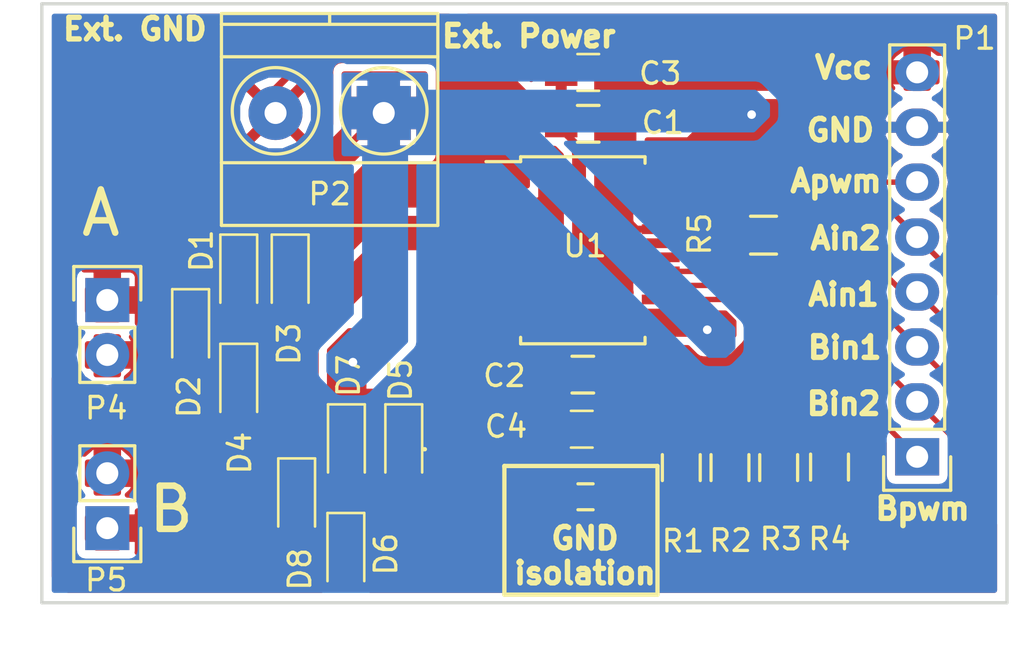
<source format=kicad_pcb>
(kicad_pcb (version 4) (host pcbnew 4.0.6+dfsg1-1)

  (general
    (links 59)
    (no_connects 0)
    (area 120.491667 81.030317 167.983334 112.654762)
    (thickness 1.6)
    (drawings 23)
    (tracks 191)
    (zones 0)
    (modules 24)
    (nets 16)
  )

  (page A4)
  (title_block
    (title "Motor Driver - TB6612")
    (date 2018-02-12)
    (rev 2)
    (company "Oklahoma Biological Survey")
    (comment 1 "Wesley T. Honeycutt")
  )

  (layers
    (0 F.Cu signal)
    (31 B.Cu signal hide)
    (32 B.Adhes user)
    (33 F.Adhes user)
    (34 B.Paste user)
    (35 F.Paste user)
    (36 B.SilkS user)
    (37 F.SilkS user)
    (38 B.Mask user)
    (39 F.Mask user)
    (40 Dwgs.User user)
    (41 Cmts.User user)
    (42 Eco1.User user)
    (43 Eco2.User user)
    (44 Edge.Cuts user)
    (45 Margin user)
    (46 B.CrtYd user)
    (47 F.CrtYd user)
    (48 B.Fab user)
    (49 F.Fab user)
  )

  (setup
    (last_trace_width 0.25)
    (trace_clearance 0.2)
    (zone_clearance 0.381)
    (zone_45_only yes)
    (trace_min 0.2)
    (segment_width 0.2)
    (edge_width 0.15)
    (via_size 0.6)
    (via_drill 0.4)
    (via_min_size 0.4)
    (via_min_drill 0.3)
    (uvia_size 0.3)
    (uvia_drill 0.1)
    (uvias_allowed no)
    (uvia_min_size 0.2)
    (uvia_min_drill 0.1)
    (pcb_text_width 0.3)
    (pcb_text_size 1.5 1.5)
    (mod_edge_width 0.15)
    (mod_text_size 1 1)
    (mod_text_width 0.15)
    (pad_size 2.5 2.5)
    (pad_drill 1.016)
    (pad_to_mask_clearance 0.2)
    (aux_axis_origin 0 0)
    (visible_elements FFFEFF7F)
    (pcbplotparams
      (layerselection 0x010e8_80000001)
      (usegerberextensions false)
      (excludeedgelayer true)
      (linewidth 0.100000)
      (plotframeref false)
      (viasonmask true)
      (mode 1)
      (useauxorigin false)
      (hpglpennumber 1)
      (hpglpenspeed 20)
      (hpglpendiameter 15)
      (hpglpenoverlay 2)
      (psnegative false)
      (psa4output false)
      (plotreference true)
      (plotvalue true)
      (plotinvisibletext false)
      (padsonsilk false)
      (subtractmaskfromsilk false)
      (outputformat 4)
      (mirror false)
      (drillshape 0)
      (scaleselection 1)
      (outputdirectory ./gerbers))
  )

  (net 0 "")
  (net 1 +5V)
  (net 2 GND)
  (net 3 +12V)
  (net 4 GNDPWR)
  (net 5 "Net-(P1-Pad1)")
  (net 6 "Net-(P1-Pad2)")
  (net 7 "Net-(P1-Pad3)")
  (net 8 "Net-(P1-Pad4)")
  (net 9 "Net-(P1-Pad5)")
  (net 10 "Net-(P1-Pad6)")
  (net 11 "Net-(R5-Pad2)")
  (net 12 "Net-(D1-Pad2)")
  (net 13 "Net-(D3-Pad2)")
  (net 14 "Net-(D5-Pad2)")
  (net 15 "Net-(D7-Pad2)")

  (net_class Default "This is the default net class."
    (clearance 0.2)
    (trace_width 0.25)
    (via_dia 0.6)
    (via_drill 0.4)
    (uvia_dia 0.3)
    (uvia_drill 0.1)
    (add_net "Net-(D1-Pad2)")
    (add_net "Net-(D3-Pad2)")
    (add_net "Net-(D5-Pad2)")
    (add_net "Net-(D7-Pad2)")
    (add_net "Net-(P1-Pad1)")
    (add_net "Net-(P1-Pad2)")
    (add_net "Net-(P1-Pad3)")
    (add_net "Net-(P1-Pad4)")
    (add_net "Net-(P1-Pad5)")
    (add_net "Net-(P1-Pad6)")
    (add_net "Net-(R5-Pad2)")
  )

  (net_class POWER ""
    (clearance 0.2)
    (trace_width 0.325)
    (via_dia 0.6)
    (via_drill 0.4)
    (uvia_dia 0.3)
    (uvia_drill 0.1)
    (add_net +12V)
    (add_net +5V)
    (add_net GND)
    (add_net GNDPWR)
  )

  (module Capacitors_SMD:C_0805_HandSoldering (layer F.Cu) (tedit 5A271C03) (tstamp 5A271B66)
    (at 147.75 88.05 180)
    (descr "Capacitor SMD 0805, hand soldering")
    (tags "capacitor 0805")
    (path /5A271FC0)
    (attr smd)
    (fp_text reference C1 (at -3.45 0.05 180) (layer F.SilkS)
      (effects (font (size 1 1) (thickness 0.15)))
    )
    (fp_text value 0.1uF (at 0 2.1 180) (layer F.Fab)
      (effects (font (size 1 1) (thickness 0.15)))
    )
    (fp_line (start -1 0.625) (end -1 -0.625) (layer F.Fab) (width 0.15))
    (fp_line (start 1 0.625) (end -1 0.625) (layer F.Fab) (width 0.15))
    (fp_line (start 1 -0.625) (end 1 0.625) (layer F.Fab) (width 0.15))
    (fp_line (start -1 -0.625) (end 1 -0.625) (layer F.Fab) (width 0.15))
    (fp_line (start -2.3 -1) (end 2.3 -1) (layer F.CrtYd) (width 0.05))
    (fp_line (start -2.3 1) (end 2.3 1) (layer F.CrtYd) (width 0.05))
    (fp_line (start -2.3 -1) (end -2.3 1) (layer F.CrtYd) (width 0.05))
    (fp_line (start 2.3 -1) (end 2.3 1) (layer F.CrtYd) (width 0.05))
    (fp_line (start 0.5 -0.85) (end -0.5 -0.85) (layer F.SilkS) (width 0.15))
    (fp_line (start -0.5 0.85) (end 0.5 0.85) (layer F.SilkS) (width 0.15))
    (pad 1 smd rect (at -1.25 0 180) (size 1.5 1.25) (layers F.Cu F.Paste F.Mask)
      (net 1 +5V))
    (pad 2 smd rect (at 1.25 0 180) (size 1.5 1.25) (layers F.Cu F.Paste F.Mask)
      (net 2 GND))
    (model Capacitors_SMD.3dshapes/C_0805_HandSoldering.wrl
      (at (xyz 0 0 0))
      (scale (xyz 1 1 1))
      (rotate (xyz 0 0 0))
    )
  )

  (module Capacitors_SMD:C_0805_HandSoldering (layer F.Cu) (tedit 5A81BFC0) (tstamp 5A271B6C)
    (at 147.5 99.65 180)
    (descr "Capacitor SMD 0805, hand soldering")
    (tags "capacitor 0805")
    (path /5A271D41)
    (attr smd)
    (fp_text reference C2 (at 3.625 -0.05 360) (layer F.SilkS)
      (effects (font (size 1 1) (thickness 0.15)))
    )
    (fp_text value 0.1uF (at 0 2.1 180) (layer F.Fab)
      (effects (font (size 1 1) (thickness 0.15)))
    )
    (fp_line (start -1 0.625) (end -1 -0.625) (layer F.Fab) (width 0.15))
    (fp_line (start 1 0.625) (end -1 0.625) (layer F.Fab) (width 0.15))
    (fp_line (start 1 -0.625) (end 1 0.625) (layer F.Fab) (width 0.15))
    (fp_line (start -1 -0.625) (end 1 -0.625) (layer F.Fab) (width 0.15))
    (fp_line (start -2.3 -1) (end 2.3 -1) (layer F.CrtYd) (width 0.05))
    (fp_line (start -2.3 1) (end 2.3 1) (layer F.CrtYd) (width 0.05))
    (fp_line (start -2.3 -1) (end -2.3 1) (layer F.CrtYd) (width 0.05))
    (fp_line (start 2.3 -1) (end 2.3 1) (layer F.CrtYd) (width 0.05))
    (fp_line (start 0.5 -0.85) (end -0.5 -0.85) (layer F.SilkS) (width 0.15))
    (fp_line (start -0.5 0.85) (end 0.5 0.85) (layer F.SilkS) (width 0.15))
    (pad 1 smd rect (at -1.25 0 180) (size 1.5 1.25) (layers F.Cu F.Paste F.Mask)
      (net 3 +12V))
    (pad 2 smd rect (at 1.25 0 180) (size 1.5 1.25) (layers F.Cu F.Paste F.Mask)
      (net 4 GNDPWR))
    (model Capacitors_SMD.3dshapes/C_0805_HandSoldering.wrl
      (at (xyz 0 0 0))
      (scale (xyz 1 1 1))
      (rotate (xyz 0 0 0))
    )
  )

  (module Pin_Headers:Pin_Header_Straight_1x08 (layer F.Cu) (tedit 5A2727FE) (tstamp 5A271B7E)
    (at 162.95 103.45 180)
    (descr "Through hole pin header")
    (tags "pin header")
    (path /5A271EC0)
    (fp_text reference P1 (at -2.65 19.35 180) (layer F.SilkS)
      (effects (font (size 1 1) (thickness 0.15)))
    )
    (fp_text value CONN_01X08 (at 0 -3.1 180) (layer F.Fab)
      (effects (font (size 1 1) (thickness 0.15)))
    )
    (fp_line (start -1.75 -1.75) (end -1.75 19.55) (layer F.CrtYd) (width 0.05))
    (fp_line (start 1.75 -1.75) (end 1.75 19.55) (layer F.CrtYd) (width 0.05))
    (fp_line (start -1.75 -1.75) (end 1.75 -1.75) (layer F.CrtYd) (width 0.05))
    (fp_line (start -1.75 19.55) (end 1.75 19.55) (layer F.CrtYd) (width 0.05))
    (fp_line (start 1.27 1.27) (end 1.27 19.05) (layer F.SilkS) (width 0.15))
    (fp_line (start 1.27 19.05) (end -1.27 19.05) (layer F.SilkS) (width 0.15))
    (fp_line (start -1.27 19.05) (end -1.27 1.27) (layer F.SilkS) (width 0.15))
    (fp_line (start 1.55 -1.55) (end 1.55 0) (layer F.SilkS) (width 0.15))
    (fp_line (start 1.27 1.27) (end -1.27 1.27) (layer F.SilkS) (width 0.15))
    (fp_line (start -1.55 0) (end -1.55 -1.55) (layer F.SilkS) (width 0.15))
    (fp_line (start -1.55 -1.55) (end 1.55 -1.55) (layer F.SilkS) (width 0.15))
    (pad 1 thru_hole rect (at 0 0 180) (size 2.032 1.7272) (drill 1.016) (layers *.Cu *.Mask)
      (net 5 "Net-(P1-Pad1)"))
    (pad 2 thru_hole oval (at 0 2.54 180) (size 2.032 1.7272) (drill 1.016) (layers *.Cu *.Mask)
      (net 6 "Net-(P1-Pad2)"))
    (pad 3 thru_hole oval (at 0 5.08 180) (size 2.032 1.7272) (drill 1.016) (layers *.Cu *.Mask)
      (net 7 "Net-(P1-Pad3)"))
    (pad 4 thru_hole oval (at 0 7.62 180) (size 2.032 1.7272) (drill 1.016) (layers *.Cu *.Mask)
      (net 8 "Net-(P1-Pad4)"))
    (pad 5 thru_hole oval (at 0 10.16 180) (size 2.032 1.7272) (drill 1.016) (layers *.Cu *.Mask)
      (net 9 "Net-(P1-Pad5)"))
    (pad 6 thru_hole oval (at 0 12.7 180) (size 2.032 1.7272) (drill 1.016) (layers *.Cu *.Mask)
      (net 10 "Net-(P1-Pad6)"))
    (pad 7 thru_hole oval (at 0 15.24 180) (size 2.032 1.7272) (drill 1.016) (layers *.Cu *.Mask)
      (net 2 GND))
    (pad 8 thru_hole oval (at 0 17.78 180) (size 2.032 1.7272) (drill 1.016) (layers *.Cu *.Mask)
      (net 1 +5V))
    (model Pin_Headers.3dshapes/Pin_Header_Straight_1x08.wrl
      (at (xyz 0 -0.35 0))
      (scale (xyz 1 1 1))
      (rotate (xyz 0 0 90))
    )
  )

  (module Terminal_Blocks:TerminalBlock_Pheonix_MKDS1.5-2pol (layer F.Cu) (tedit 5A81D60B) (tstamp 5A271B84)
    (at 138.3 87.55 180)
    (descr "2-way 5mm pitch terminal block, Phoenix MKDS series")
    (path /5A272213)
    (fp_text reference P2 (at 2.5 -3.75 180) (layer F.SilkS)
      (effects (font (size 1 1) (thickness 0.15)))
    )
    (fp_text value CONN_01X02 (at 2.5 -6.6 180) (layer F.Fab)
      (effects (font (size 1 1) (thickness 0.15)))
    )
    (fp_line (start -2.7 -5.4) (end 7.7 -5.4) (layer F.CrtYd) (width 0.05))
    (fp_line (start -2.7 4.8) (end -2.7 -5.4) (layer F.CrtYd) (width 0.05))
    (fp_line (start 7.7 4.8) (end -2.7 4.8) (layer F.CrtYd) (width 0.05))
    (fp_line (start 7.7 -5.4) (end 7.7 4.8) (layer F.CrtYd) (width 0.05))
    (fp_line (start 2.5 4.1) (end 2.5 4.6) (layer F.SilkS) (width 0.15))
    (fp_circle (center 5 0.1) (end 3 0.1) (layer F.SilkS) (width 0.15))
    (fp_circle (center 0 0.1) (end 2 0.1) (layer F.SilkS) (width 0.15))
    (fp_line (start -2.5 2.6) (end 7.5 2.6) (layer F.SilkS) (width 0.15))
    (fp_line (start -2.5 -2.3) (end 7.5 -2.3) (layer F.SilkS) (width 0.15))
    (fp_line (start -2.5 4.1) (end 7.5 4.1) (layer F.SilkS) (width 0.15))
    (fp_line (start -2.5 4.6) (end 7.5 4.6) (layer F.SilkS) (width 0.15))
    (fp_line (start 7.5 4.6) (end 7.5 -5.2) (layer F.SilkS) (width 0.15))
    (fp_line (start 7.5 -5.2) (end -2.5 -5.2) (layer F.SilkS) (width 0.15))
    (fp_line (start -2.5 -5.2) (end -2.5 4.6) (layer F.SilkS) (width 0.15))
    (pad 1 thru_hole rect (at 0 0 180) (size 2.5 2.5) (drill 1.016) (layers *.Cu *.Mask)
      (net 3 +12V))
    (pad 2 thru_hole circle (at 5 0 180) (size 2.5 2.5) (drill 1.016) (layers *.Cu *.Mask)
      (net 4 GNDPWR))
    (model Terminal_Blocks.3dshapes/TerminalBlock_Pheonix_MKDS1.5-2pol.wrl
      (at (xyz 0.0984 0 0))
      (scale (xyz 1 1 1))
      (rotate (xyz 0 0 0))
    )
  )

  (module Capacitors_SMD:C_0603 (layer F.Cu) (tedit 5A2728AC) (tstamp 5A271B8A)
    (at 147.625 105.3)
    (descr "Capacitor SMD 0603, reflow soldering, AVX (see smccp.pdf)")
    (tags "capacitor 0603")
    (path /5A27540B)
    (attr smd)
    (fp_text reference P3 (at 0 0.1) (layer Dwgs.User)
      (effects (font (size 1 1) (thickness 0.15)))
    )
    (fp_text value CONN_01X02 (at 0 1.9) (layer F.Fab)
      (effects (font (size 1 1) (thickness 0.15)))
    )
    (fp_line (start -0.8 0.4) (end -0.8 -0.4) (layer F.Fab) (width 0.15))
    (fp_line (start 0.8 0.4) (end -0.8 0.4) (layer F.Fab) (width 0.15))
    (fp_line (start 0.8 -0.4) (end 0.8 0.4) (layer F.Fab) (width 0.15))
    (fp_line (start -0.8 -0.4) (end 0.8 -0.4) (layer F.Fab) (width 0.15))
    (fp_line (start -1.45 -0.75) (end 1.45 -0.75) (layer F.CrtYd) (width 0.05))
    (fp_line (start -1.45 0.75) (end 1.45 0.75) (layer F.CrtYd) (width 0.05))
    (fp_line (start -1.45 -0.75) (end -1.45 0.75) (layer F.CrtYd) (width 0.05))
    (fp_line (start 1.45 -0.75) (end 1.45 0.75) (layer F.CrtYd) (width 0.05))
    (fp_line (start -0.35 -0.6) (end 0.35 -0.6) (layer F.SilkS) (width 0.15))
    (fp_line (start 0.35 0.6) (end -0.35 0.6) (layer F.SilkS) (width 0.15))
    (pad 1 smd rect (at -0.75 0) (size 0.8 0.75) (layers F.Cu F.Paste F.Mask)
      (net 4 GNDPWR))
    (pad 2 smd rect (at 0.75 0) (size 0.8 0.75) (layers F.Cu F.Paste F.Mask)
      (net 2 GND))
    (model Capacitors_SMD.3dshapes/C_0603.wrl
      (at (xyz 0 0 0))
      (scale (xyz 1 1 1))
      (rotate (xyz 0 0 0))
    )
  )

  (module Pin_Headers:Pin_Header_Straight_1x02 (layer F.Cu) (tedit 5A27280C) (tstamp 5A271B90)
    (at 125.525 96.2)
    (descr "Through hole pin header")
    (tags "pin header")
    (path /5A271DD7)
    (fp_text reference P4 (at -0.05 5) (layer F.SilkS)
      (effects (font (size 1 1) (thickness 0.15)))
    )
    (fp_text value CONN_01X02 (at 0 -3.1) (layer F.Fab)
      (effects (font (size 1 1) (thickness 0.15)))
    )
    (fp_line (start 1.27 1.27) (end 1.27 3.81) (layer F.SilkS) (width 0.15))
    (fp_line (start 1.55 -1.55) (end 1.55 0) (layer F.SilkS) (width 0.15))
    (fp_line (start -1.75 -1.75) (end -1.75 4.3) (layer F.CrtYd) (width 0.05))
    (fp_line (start 1.75 -1.75) (end 1.75 4.3) (layer F.CrtYd) (width 0.05))
    (fp_line (start -1.75 -1.75) (end 1.75 -1.75) (layer F.CrtYd) (width 0.05))
    (fp_line (start -1.75 4.3) (end 1.75 4.3) (layer F.CrtYd) (width 0.05))
    (fp_line (start 1.27 1.27) (end -1.27 1.27) (layer F.SilkS) (width 0.15))
    (fp_line (start -1.55 0) (end -1.55 -1.55) (layer F.SilkS) (width 0.15))
    (fp_line (start -1.55 -1.55) (end 1.55 -1.55) (layer F.SilkS) (width 0.15))
    (fp_line (start -1.27 1.27) (end -1.27 3.81) (layer F.SilkS) (width 0.15))
    (fp_line (start -1.27 3.81) (end 1.27 3.81) (layer F.SilkS) (width 0.15))
    (pad 1 thru_hole rect (at 0 0) (size 2.032 2.032) (drill 1.016) (layers *.Cu *.Mask)
      (net 12 "Net-(D1-Pad2)"))
    (pad 2 thru_hole oval (at 0 2.54) (size 2.032 2.032) (drill 1.016) (layers *.Cu *.Mask)
      (net 13 "Net-(D3-Pad2)"))
    (model Pin_Headers.3dshapes/Pin_Header_Straight_1x02.wrl
      (at (xyz 0 -0.05 0))
      (scale (xyz 1 1 1))
      (rotate (xyz 0 0 90))
    )
  )

  (module Pin_Headers:Pin_Header_Straight_1x02 (layer F.Cu) (tedit 5A272809) (tstamp 5A271B96)
    (at 125.525 106.75 180)
    (descr "Through hole pin header")
    (tags "pin header")
    (path /5A272199)
    (fp_text reference P5 (at 0.05 -2.4 360) (layer F.SilkS)
      (effects (font (size 1 1) (thickness 0.15)))
    )
    (fp_text value CONN_01X02 (at 0 -3.1 180) (layer F.Fab)
      (effects (font (size 1 1) (thickness 0.15)))
    )
    (fp_line (start 1.27 1.27) (end 1.27 3.81) (layer F.SilkS) (width 0.15))
    (fp_line (start 1.55 -1.55) (end 1.55 0) (layer F.SilkS) (width 0.15))
    (fp_line (start -1.75 -1.75) (end -1.75 4.3) (layer F.CrtYd) (width 0.05))
    (fp_line (start 1.75 -1.75) (end 1.75 4.3) (layer F.CrtYd) (width 0.05))
    (fp_line (start -1.75 -1.75) (end 1.75 -1.75) (layer F.CrtYd) (width 0.05))
    (fp_line (start -1.75 4.3) (end 1.75 4.3) (layer F.CrtYd) (width 0.05))
    (fp_line (start 1.27 1.27) (end -1.27 1.27) (layer F.SilkS) (width 0.15))
    (fp_line (start -1.55 0) (end -1.55 -1.55) (layer F.SilkS) (width 0.15))
    (fp_line (start -1.55 -1.55) (end 1.55 -1.55) (layer F.SilkS) (width 0.15))
    (fp_line (start -1.27 1.27) (end -1.27 3.81) (layer F.SilkS) (width 0.15))
    (fp_line (start -1.27 3.81) (end 1.27 3.81) (layer F.SilkS) (width 0.15))
    (pad 1 thru_hole rect (at 0 0 180) (size 2.032 2.032) (drill 1.016) (layers *.Cu *.Mask)
      (net 14 "Net-(D5-Pad2)"))
    (pad 2 thru_hole oval (at 0 2.54 180) (size 2.032 2.032) (drill 1.016) (layers *.Cu *.Mask)
      (net 15 "Net-(D7-Pad2)"))
    (model Pin_Headers.3dshapes/Pin_Header_Straight_1x02.wrl
      (at (xyz 0 -0.05 0))
      (scale (xyz 1 1 1))
      (rotate (xyz 0 0 90))
    )
  )

  (module Resistors_SMD:R_0805_HandSoldering (layer F.Cu) (tedit 5A81D074) (tstamp 5A271B9C)
    (at 152.05 103.95 90)
    (descr "Resistor SMD 0805, hand soldering")
    (tags "resistor 0805")
    (path /5A271DA8)
    (attr smd)
    (fp_text reference R1 (at -3.4 0.075 180) (layer F.SilkS)
      (effects (font (size 1 1) (thickness 0.15)))
    )
    (fp_text value 100k (at 0 2.1 90) (layer F.Fab)
      (effects (font (size 1 1) (thickness 0.15)))
    )
    (fp_line (start -1 0.625) (end -1 -0.625) (layer F.Fab) (width 0.1))
    (fp_line (start 1 0.625) (end -1 0.625) (layer F.Fab) (width 0.1))
    (fp_line (start 1 -0.625) (end 1 0.625) (layer F.Fab) (width 0.1))
    (fp_line (start -1 -0.625) (end 1 -0.625) (layer F.Fab) (width 0.1))
    (fp_line (start -2.4 -1) (end 2.4 -1) (layer F.CrtYd) (width 0.05))
    (fp_line (start -2.4 1) (end 2.4 1) (layer F.CrtYd) (width 0.05))
    (fp_line (start -2.4 -1) (end -2.4 1) (layer F.CrtYd) (width 0.05))
    (fp_line (start 2.4 -1) (end 2.4 1) (layer F.CrtYd) (width 0.05))
    (fp_line (start 0.6 0.875) (end -0.6 0.875) (layer F.SilkS) (width 0.15))
    (fp_line (start -0.6 -0.875) (end 0.6 -0.875) (layer F.SilkS) (width 0.15))
    (pad 1 smd rect (at -1.35 0 90) (size 1.5 1.3) (layers F.Cu F.Paste F.Mask)
      (net 9 "Net-(P1-Pad5)"))
    (pad 2 smd rect (at 1.35 0 90) (size 1.5 1.3) (layers F.Cu F.Paste F.Mask)
      (net 2 GND))
    (model Resistors_SMD.3dshapes/R_0805_HandSoldering.wrl
      (at (xyz 0 0 0))
      (scale (xyz 1 1 1))
      (rotate (xyz 0 0 0))
    )
  )

  (module Resistors_SMD:R_0805_HandSoldering (layer F.Cu) (tedit 5A81D077) (tstamp 5A271BA2)
    (at 154.3 103.95 90)
    (descr "Resistor SMD 0805, hand soldering")
    (tags "resistor 0805")
    (path /5A27207B)
    (attr smd)
    (fp_text reference R2 (at -3.375 0.025 180) (layer F.SilkS)
      (effects (font (size 1 1) (thickness 0.15)))
    )
    (fp_text value 100k (at 0 2.1 90) (layer F.Fab)
      (effects (font (size 1 1) (thickness 0.15)))
    )
    (fp_line (start -1 0.625) (end -1 -0.625) (layer F.Fab) (width 0.1))
    (fp_line (start 1 0.625) (end -1 0.625) (layer F.Fab) (width 0.1))
    (fp_line (start 1 -0.625) (end 1 0.625) (layer F.Fab) (width 0.1))
    (fp_line (start -1 -0.625) (end 1 -0.625) (layer F.Fab) (width 0.1))
    (fp_line (start -2.4 -1) (end 2.4 -1) (layer F.CrtYd) (width 0.05))
    (fp_line (start -2.4 1) (end 2.4 1) (layer F.CrtYd) (width 0.05))
    (fp_line (start -2.4 -1) (end -2.4 1) (layer F.CrtYd) (width 0.05))
    (fp_line (start 2.4 -1) (end 2.4 1) (layer F.CrtYd) (width 0.05))
    (fp_line (start 0.6 0.875) (end -0.6 0.875) (layer F.SilkS) (width 0.15))
    (fp_line (start -0.6 -0.875) (end 0.6 -0.875) (layer F.SilkS) (width 0.15))
    (pad 1 smd rect (at -1.35 0 90) (size 1.5 1.3) (layers F.Cu F.Paste F.Mask)
      (net 8 "Net-(P1-Pad4)"))
    (pad 2 smd rect (at 1.35 0 90) (size 1.5 1.3) (layers F.Cu F.Paste F.Mask)
      (net 2 GND))
    (model Resistors_SMD.3dshapes/R_0805_HandSoldering.wrl
      (at (xyz 0 0 0))
      (scale (xyz 1 1 1))
      (rotate (xyz 0 0 0))
    )
  )

  (module Resistors_SMD:R_0805_HandSoldering (layer F.Cu) (tedit 5A81D079) (tstamp 5A271BA8)
    (at 156.55 103.95 90)
    (descr "Resistor SMD 0805, hand soldering")
    (tags "resistor 0805")
    (path /5A2720B7)
    (attr smd)
    (fp_text reference R3 (at -3.3 0.1 180) (layer F.SilkS)
      (effects (font (size 1 1) (thickness 0.15)))
    )
    (fp_text value 100k (at 0 2.1 90) (layer F.Fab)
      (effects (font (size 1 1) (thickness 0.15)))
    )
    (fp_line (start -1 0.625) (end -1 -0.625) (layer F.Fab) (width 0.1))
    (fp_line (start 1 0.625) (end -1 0.625) (layer F.Fab) (width 0.1))
    (fp_line (start 1 -0.625) (end 1 0.625) (layer F.Fab) (width 0.1))
    (fp_line (start -1 -0.625) (end 1 -0.625) (layer F.Fab) (width 0.1))
    (fp_line (start -2.4 -1) (end 2.4 -1) (layer F.CrtYd) (width 0.05))
    (fp_line (start -2.4 1) (end 2.4 1) (layer F.CrtYd) (width 0.05))
    (fp_line (start -2.4 -1) (end -2.4 1) (layer F.CrtYd) (width 0.05))
    (fp_line (start 2.4 -1) (end 2.4 1) (layer F.CrtYd) (width 0.05))
    (fp_line (start 0.6 0.875) (end -0.6 0.875) (layer F.SilkS) (width 0.15))
    (fp_line (start -0.6 -0.875) (end 0.6 -0.875) (layer F.SilkS) (width 0.15))
    (pad 1 smd rect (at -1.35 0 90) (size 1.5 1.3) (layers F.Cu F.Paste F.Mask)
      (net 7 "Net-(P1-Pad3)"))
    (pad 2 smd rect (at 1.35 0 90) (size 1.5 1.3) (layers F.Cu F.Paste F.Mask)
      (net 2 GND))
    (model Resistors_SMD.3dshapes/R_0805_HandSoldering.wrl
      (at (xyz 0 0 0))
      (scale (xyz 1 1 1))
      (rotate (xyz 0 0 0))
    )
  )

  (module Resistors_SMD:R_0805_HandSoldering (layer F.Cu) (tedit 5A81D07C) (tstamp 5A271BAE)
    (at 158.9 103.925 90)
    (descr "Resistor SMD 0805, hand soldering")
    (tags "resistor 0805")
    (path /5A2720EF)
    (attr smd)
    (fp_text reference R4 (at -3.325 0 180) (layer F.SilkS)
      (effects (font (size 1 1) (thickness 0.15)))
    )
    (fp_text value 100k (at 0 2.1 90) (layer F.Fab)
      (effects (font (size 1 1) (thickness 0.15)))
    )
    (fp_line (start -1 0.625) (end -1 -0.625) (layer F.Fab) (width 0.1))
    (fp_line (start 1 0.625) (end -1 0.625) (layer F.Fab) (width 0.1))
    (fp_line (start 1 -0.625) (end 1 0.625) (layer F.Fab) (width 0.1))
    (fp_line (start -1 -0.625) (end 1 -0.625) (layer F.Fab) (width 0.1))
    (fp_line (start -2.4 -1) (end 2.4 -1) (layer F.CrtYd) (width 0.05))
    (fp_line (start -2.4 1) (end 2.4 1) (layer F.CrtYd) (width 0.05))
    (fp_line (start -2.4 -1) (end -2.4 1) (layer F.CrtYd) (width 0.05))
    (fp_line (start 2.4 -1) (end 2.4 1) (layer F.CrtYd) (width 0.05))
    (fp_line (start 0.6 0.875) (end -0.6 0.875) (layer F.SilkS) (width 0.15))
    (fp_line (start -0.6 -0.875) (end 0.6 -0.875) (layer F.SilkS) (width 0.15))
    (pad 1 smd rect (at -1.35 0 90) (size 1.5 1.3) (layers F.Cu F.Paste F.Mask)
      (net 6 "Net-(P1-Pad2)"))
    (pad 2 smd rect (at 1.35 0 90) (size 1.5 1.3) (layers F.Cu F.Paste F.Mask)
      (net 2 GND))
    (model Resistors_SMD.3dshapes/R_0805_HandSoldering.wrl
      (at (xyz 0 0 0))
      (scale (xyz 1 1 1))
      (rotate (xyz 0 0 0))
    )
  )

  (module Resistors_SMD:R_0805_HandSoldering (layer F.Cu) (tedit 5A2726BA) (tstamp 5A271BB4)
    (at 155.85 93.2)
    (descr "Resistor SMD 0805, hand soldering")
    (tags "resistor 0805")
    (path /5A2760B1)
    (attr smd)
    (fp_text reference R5 (at -2.95 -0.05 90) (layer F.SilkS)
      (effects (font (size 1 1) (thickness 0.15)))
    )
    (fp_text value 100k (at 0 2.1) (layer F.Fab)
      (effects (font (size 1 1) (thickness 0.15)))
    )
    (fp_line (start -1 0.625) (end -1 -0.625) (layer F.Fab) (width 0.1))
    (fp_line (start 1 0.625) (end -1 0.625) (layer F.Fab) (width 0.1))
    (fp_line (start 1 -0.625) (end 1 0.625) (layer F.Fab) (width 0.1))
    (fp_line (start -1 -0.625) (end 1 -0.625) (layer F.Fab) (width 0.1))
    (fp_line (start -2.4 -1) (end 2.4 -1) (layer F.CrtYd) (width 0.05))
    (fp_line (start -2.4 1) (end 2.4 1) (layer F.CrtYd) (width 0.05))
    (fp_line (start -2.4 -1) (end -2.4 1) (layer F.CrtYd) (width 0.05))
    (fp_line (start 2.4 -1) (end 2.4 1) (layer F.CrtYd) (width 0.05))
    (fp_line (start 0.6 0.875) (end -0.6 0.875) (layer F.SilkS) (width 0.15))
    (fp_line (start -0.6 -0.875) (end 0.6 -0.875) (layer F.SilkS) (width 0.15))
    (pad 1 smd rect (at -1.35 0) (size 1.5 1.3) (layers F.Cu F.Paste F.Mask)
      (net 1 +5V))
    (pad 2 smd rect (at 1.35 0) (size 1.5 1.3) (layers F.Cu F.Paste F.Mask)
      (net 11 "Net-(R5-Pad2)"))
    (model Resistors_SMD.3dshapes/R_0805_HandSoldering.wrl
      (at (xyz 0 0 0))
      (scale (xyz 1 1 1))
      (rotate (xyz 0 0 0))
    )
  )

  (module Housings_SSOP:SSOP-24_5.3x8.2mm_Pitch0.65mm (layer F.Cu) (tedit 5A271BFB) (tstamp 5A271BD0)
    (at 147.5 93.9)
    (descr "24-Lead Plastic Shrink Small Outline (SS)-5.30 mm Body [SSOP] (see Microchip Packaging Specification 00000049BS.pdf)")
    (tags "SSOP 0.65")
    (path /5A271C68)
    (attr smd)
    (fp_text reference U1 (at 0.1 -0.2) (layer F.SilkS)
      (effects (font (size 1 1) (thickness 0.15)))
    )
    (fp_text value TB66212FNG (at 0 5.25) (layer F.Fab)
      (effects (font (size 1 1) (thickness 0.15)))
    )
    (fp_line (start -1.65 -4.1) (end 2.65 -4.1) (layer F.Fab) (width 0.15))
    (fp_line (start 2.65 -4.1) (end 2.65 4.1) (layer F.Fab) (width 0.15))
    (fp_line (start 2.65 4.1) (end -2.65 4.1) (layer F.Fab) (width 0.15))
    (fp_line (start -2.65 4.1) (end -2.65 -3.1) (layer F.Fab) (width 0.15))
    (fp_line (start -2.65 -3.1) (end -1.65 -4.1) (layer F.Fab) (width 0.15))
    (fp_line (start -4.75 -4.5) (end -4.75 4.5) (layer F.CrtYd) (width 0.05))
    (fp_line (start 4.75 -4.5) (end 4.75 4.5) (layer F.CrtYd) (width 0.05))
    (fp_line (start -4.75 -4.5) (end 4.75 -4.5) (layer F.CrtYd) (width 0.05))
    (fp_line (start -4.75 4.5) (end 4.75 4.5) (layer F.CrtYd) (width 0.05))
    (fp_line (start -2.875 -4.325) (end -2.875 -4.1) (layer F.SilkS) (width 0.15))
    (fp_line (start 2.875 -4.325) (end 2.875 -4.025) (layer F.SilkS) (width 0.15))
    (fp_line (start 2.875 4.325) (end 2.875 4.025) (layer F.SilkS) (width 0.15))
    (fp_line (start -2.875 4.325) (end -2.875 4.025) (layer F.SilkS) (width 0.15))
    (fp_line (start -2.875 -4.325) (end 2.875 -4.325) (layer F.SilkS) (width 0.15))
    (fp_line (start -2.875 4.325) (end 2.875 4.325) (layer F.SilkS) (width 0.15))
    (fp_line (start -2.875 -4.1) (end -4.475 -4.1) (layer F.SilkS) (width 0.15))
    (pad 1 smd rect (at -3.6 -3.575) (size 1.75 0.45) (layers F.Cu F.Paste F.Mask)
      (net 12 "Net-(D1-Pad2)"))
    (pad 2 smd rect (at -3.6 -2.925) (size 1.75 0.45) (layers F.Cu F.Paste F.Mask)
      (net 12 "Net-(D1-Pad2)"))
    (pad 3 smd rect (at -3.6 -2.275) (size 1.75 0.45) (layers F.Cu F.Paste F.Mask)
      (net 4 GNDPWR))
    (pad 4 smd rect (at -3.6 -1.625) (size 1.75 0.45) (layers F.Cu F.Paste F.Mask)
      (net 4 GNDPWR))
    (pad 5 smd rect (at -3.6 -0.975) (size 1.75 0.45) (layers F.Cu F.Paste F.Mask)
      (net 13 "Net-(D3-Pad2)"))
    (pad 6 smd rect (at -3.6 -0.325) (size 1.75 0.45) (layers F.Cu F.Paste F.Mask)
      (net 13 "Net-(D3-Pad2)"))
    (pad 7 smd rect (at -3.6 0.325) (size 1.75 0.45) (layers F.Cu F.Paste F.Mask)
      (net 15 "Net-(D7-Pad2)"))
    (pad 8 smd rect (at -3.6 0.975) (size 1.75 0.45) (layers F.Cu F.Paste F.Mask)
      (net 15 "Net-(D7-Pad2)"))
    (pad 9 smd rect (at -3.6 1.625) (size 1.75 0.45) (layers F.Cu F.Paste F.Mask)
      (net 4 GNDPWR))
    (pad 10 smd rect (at -3.6 2.275) (size 1.75 0.45) (layers F.Cu F.Paste F.Mask)
      (net 4 GNDPWR))
    (pad 11 smd rect (at -3.6 2.925) (size 1.75 0.45) (layers F.Cu F.Paste F.Mask)
      (net 14 "Net-(D5-Pad2)"))
    (pad 12 smd rect (at -3.6 3.575) (size 1.75 0.45) (layers F.Cu F.Paste F.Mask)
      (net 14 "Net-(D5-Pad2)"))
    (pad 13 smd rect (at 3.6 3.575) (size 1.75 0.45) (layers F.Cu F.Paste F.Mask)
      (net 3 +12V))
    (pad 14 smd rect (at 3.6 2.925) (size 1.75 0.45) (layers F.Cu F.Paste F.Mask)
      (net 3 +12V))
    (pad 15 smd rect (at 3.6 2.275) (size 1.75 0.45) (layers F.Cu F.Paste F.Mask)
      (net 5 "Net-(P1-Pad1)"))
    (pad 16 smd rect (at 3.6 1.625) (size 1.75 0.45) (layers F.Cu F.Paste F.Mask)
      (net 6 "Net-(P1-Pad2)"))
    (pad 17 smd rect (at 3.6 0.975) (size 1.75 0.45) (layers F.Cu F.Paste F.Mask)
      (net 7 "Net-(P1-Pad3)"))
    (pad 18 smd rect (at 3.6 0.325) (size 1.75 0.45) (layers F.Cu F.Paste F.Mask)
      (net 2 GND))
    (pad 19 smd rect (at 3.6 -0.325) (size 1.75 0.45) (layers F.Cu F.Paste F.Mask)
      (net 11 "Net-(R5-Pad2)"))
    (pad 20 smd rect (at 3.6 -0.975) (size 1.75 0.45) (layers F.Cu F.Paste F.Mask)
      (net 1 +5V))
    (pad 21 smd rect (at 3.6 -1.625) (size 1.75 0.45) (layers F.Cu F.Paste F.Mask)
      (net 8 "Net-(P1-Pad4)"))
    (pad 22 smd rect (at 3.6 -2.275) (size 1.75 0.45) (layers F.Cu F.Paste F.Mask)
      (net 9 "Net-(P1-Pad5)"))
    (pad 23 smd rect (at 3.6 -2.925) (size 1.75 0.45) (layers F.Cu F.Paste F.Mask)
      (net 10 "Net-(P1-Pad6)"))
    (pad 24 smd rect (at 3.6 -3.575) (size 1.75 0.45) (layers F.Cu F.Paste F.Mask)
      (net 3 +12V))
    (model Housings_SSOP.3dshapes/SSOP-24_5.3x8.2mm_Pitch0.65mm.wrl
      (at (xyz 0 0 0))
      (scale (xyz 1 1 1))
      (rotate (xyz 0 0 0))
    )
  )

  (module Capacitors_SMD:C_0805_HandSoldering (layer F.Cu) (tedit 5A81BFC3) (tstamp 5A81C660)
    (at 147.45 102.175 180)
    (descr "Capacitor SMD 0805, hand soldering")
    (tags "capacitor 0805")
    (path /5A81BA8A)
    (attr smd)
    (fp_text reference C4 (at 3.5 0.125 180) (layer F.SilkS)
      (effects (font (size 1 1) (thickness 0.15)))
    )
    (fp_text value 10uF (at 0 1.75 180) (layer F.Fab)
      (effects (font (size 1 1) (thickness 0.15)))
    )
    (fp_text user %R (at 0 -1.75 180) (layer F.Fab)
      (effects (font (size 1 1) (thickness 0.15)))
    )
    (fp_line (start -1 0.62) (end -1 -0.62) (layer F.Fab) (width 0.1))
    (fp_line (start 1 0.62) (end -1 0.62) (layer F.Fab) (width 0.1))
    (fp_line (start 1 -0.62) (end 1 0.62) (layer F.Fab) (width 0.1))
    (fp_line (start -1 -0.62) (end 1 -0.62) (layer F.Fab) (width 0.1))
    (fp_line (start 0.5 -0.85) (end -0.5 -0.85) (layer F.SilkS) (width 0.12))
    (fp_line (start -0.5 0.85) (end 0.5 0.85) (layer F.SilkS) (width 0.12))
    (fp_line (start -2.25 -0.88) (end 2.25 -0.88) (layer F.CrtYd) (width 0.05))
    (fp_line (start -2.25 -0.88) (end -2.25 0.87) (layer F.CrtYd) (width 0.05))
    (fp_line (start 2.25 0.87) (end 2.25 -0.88) (layer F.CrtYd) (width 0.05))
    (fp_line (start 2.25 0.87) (end -2.25 0.87) (layer F.CrtYd) (width 0.05))
    (pad 1 smd rect (at -1.25 0 180) (size 1.5 1.25) (layers F.Cu F.Paste F.Mask)
      (net 3 +12V))
    (pad 2 smd rect (at 1.25 0 180) (size 1.5 1.25) (layers F.Cu F.Paste F.Mask)
      (net 4 GNDPWR))
    (model Capacitors_SMD.3dshapes/C_0805.wrl
      (at (xyz 0 0 0))
      (scale (xyz 1 1 1))
      (rotate (xyz 0 0 0))
    )
  )

  (module Diodes_SMD:D_SOD-323_HandSoldering (layer F.Cu) (tedit 5A81D04E) (tstamp 5A81C666)
    (at 131.6 95.075 270)
    (descr SOD-323)
    (tags SOD-323)
    (path /5A81C8F4)
    (attr smd)
    (fp_text reference D1 (at -1.15 1.725 270) (layer F.SilkS)
      (effects (font (size 1 1) (thickness 0.15)))
    )
    (fp_text value NSR05040H (at 0.1 1.9 270) (layer F.Fab)
      (effects (font (size 1 1) (thickness 0.15)))
    )
    (fp_line (start -1.9 -0.85) (end -1.9 0.85) (layer F.SilkS) (width 0.12))
    (fp_line (start 0.2 0) (end 0.45 0) (layer F.Fab) (width 0.1))
    (fp_line (start 0.2 0.35) (end -0.3 0) (layer F.Fab) (width 0.1))
    (fp_line (start 0.2 -0.35) (end 0.2 0.35) (layer F.Fab) (width 0.1))
    (fp_line (start -0.3 0) (end 0.2 -0.35) (layer F.Fab) (width 0.1))
    (fp_line (start -0.3 0) (end -0.5 0) (layer F.Fab) (width 0.1))
    (fp_line (start -0.3 -0.35) (end -0.3 0.35) (layer F.Fab) (width 0.1))
    (fp_line (start -0.9 0.7) (end -0.9 -0.7) (layer F.Fab) (width 0.1))
    (fp_line (start 0.9 0.7) (end -0.9 0.7) (layer F.Fab) (width 0.1))
    (fp_line (start 0.9 -0.7) (end 0.9 0.7) (layer F.Fab) (width 0.1))
    (fp_line (start -0.9 -0.7) (end 0.9 -0.7) (layer F.Fab) (width 0.1))
    (fp_line (start -2 -0.95) (end 2 -0.95) (layer F.CrtYd) (width 0.05))
    (fp_line (start 2 -0.95) (end 2 0.95) (layer F.CrtYd) (width 0.05))
    (fp_line (start -2 0.95) (end 2 0.95) (layer F.CrtYd) (width 0.05))
    (fp_line (start -2 -0.95) (end -2 0.95) (layer F.CrtYd) (width 0.05))
    (fp_line (start -1.9 0.85) (end 1.25 0.85) (layer F.SilkS) (width 0.12))
    (fp_line (start -1.9 -0.85) (end 1.25 -0.85) (layer F.SilkS) (width 0.12))
    (pad 1 smd rect (at -1.25 0 270) (size 1 1) (layers F.Cu F.Paste F.Mask)
      (net 3 +12V))
    (pad 2 smd rect (at 1.25 0 270) (size 1 1) (layers F.Cu F.Paste F.Mask)
      (net 12 "Net-(D1-Pad2)"))
    (model Diodes_SMD.3dshapes/D_SOD-323.wrl
      (at (xyz 0 0 0))
      (scale (xyz 1 1 1))
      (rotate (xyz 0 0 180))
    )
  )

  (module Diodes_SMD:D_SOD-323_HandSoldering (layer F.Cu) (tedit 5A81D039) (tstamp 5A81C66C)
    (at 129.375 97.6 270)
    (descr SOD-323)
    (tags SOD-323)
    (path /5A81D141)
    (attr smd)
    (fp_text reference D2 (at 3.075 0.075 270) (layer F.SilkS)
      (effects (font (size 1 1) (thickness 0.15)))
    )
    (fp_text value NSR05040H (at 0.1 1.9 270) (layer F.Fab)
      (effects (font (size 1 1) (thickness 0.15)))
    )
    (fp_line (start -1.9 -0.85) (end -1.9 0.85) (layer F.SilkS) (width 0.12))
    (fp_line (start 0.2 0) (end 0.45 0) (layer F.Fab) (width 0.1))
    (fp_line (start 0.2 0.35) (end -0.3 0) (layer F.Fab) (width 0.1))
    (fp_line (start 0.2 -0.35) (end 0.2 0.35) (layer F.Fab) (width 0.1))
    (fp_line (start -0.3 0) (end 0.2 -0.35) (layer F.Fab) (width 0.1))
    (fp_line (start -0.3 0) (end -0.5 0) (layer F.Fab) (width 0.1))
    (fp_line (start -0.3 -0.35) (end -0.3 0.35) (layer F.Fab) (width 0.1))
    (fp_line (start -0.9 0.7) (end -0.9 -0.7) (layer F.Fab) (width 0.1))
    (fp_line (start 0.9 0.7) (end -0.9 0.7) (layer F.Fab) (width 0.1))
    (fp_line (start 0.9 -0.7) (end 0.9 0.7) (layer F.Fab) (width 0.1))
    (fp_line (start -0.9 -0.7) (end 0.9 -0.7) (layer F.Fab) (width 0.1))
    (fp_line (start -2 -0.95) (end 2 -0.95) (layer F.CrtYd) (width 0.05))
    (fp_line (start 2 -0.95) (end 2 0.95) (layer F.CrtYd) (width 0.05))
    (fp_line (start -2 0.95) (end 2 0.95) (layer F.CrtYd) (width 0.05))
    (fp_line (start -2 -0.95) (end -2 0.95) (layer F.CrtYd) (width 0.05))
    (fp_line (start -1.9 0.85) (end 1.25 0.85) (layer F.SilkS) (width 0.12))
    (fp_line (start -1.9 -0.85) (end 1.25 -0.85) (layer F.SilkS) (width 0.12))
    (pad 1 smd rect (at -1.25 0 270) (size 1 1) (layers F.Cu F.Paste F.Mask)
      (net 12 "Net-(D1-Pad2)"))
    (pad 2 smd rect (at 1.25 0 270) (size 1 1) (layers F.Cu F.Paste F.Mask)
      (net 4 GNDPWR))
    (model Diodes_SMD.3dshapes/D_SOD-323.wrl
      (at (xyz 0 0 0))
      (scale (xyz 1 1 1))
      (rotate (xyz 0 0 180))
    )
  )

  (module Diodes_SMD:D_SOD-323_HandSoldering (layer F.Cu) (tedit 5A81D049) (tstamp 5A81C672)
    (at 133.975 95.075 270)
    (descr SOD-323)
    (tags SOD-323)
    (path /5A81CED1)
    (attr smd)
    (fp_text reference D3 (at 3.15 0.05 270) (layer F.SilkS)
      (effects (font (size 1 1) (thickness 0.15)))
    )
    (fp_text value NSR05040H (at 0.1 1.9 270) (layer F.Fab)
      (effects (font (size 1 1) (thickness 0.15)))
    )
    (fp_line (start -1.9 -0.85) (end -1.9 0.85) (layer F.SilkS) (width 0.12))
    (fp_line (start 0.2 0) (end 0.45 0) (layer F.Fab) (width 0.1))
    (fp_line (start 0.2 0.35) (end -0.3 0) (layer F.Fab) (width 0.1))
    (fp_line (start 0.2 -0.35) (end 0.2 0.35) (layer F.Fab) (width 0.1))
    (fp_line (start -0.3 0) (end 0.2 -0.35) (layer F.Fab) (width 0.1))
    (fp_line (start -0.3 0) (end -0.5 0) (layer F.Fab) (width 0.1))
    (fp_line (start -0.3 -0.35) (end -0.3 0.35) (layer F.Fab) (width 0.1))
    (fp_line (start -0.9 0.7) (end -0.9 -0.7) (layer F.Fab) (width 0.1))
    (fp_line (start 0.9 0.7) (end -0.9 0.7) (layer F.Fab) (width 0.1))
    (fp_line (start 0.9 -0.7) (end 0.9 0.7) (layer F.Fab) (width 0.1))
    (fp_line (start -0.9 -0.7) (end 0.9 -0.7) (layer F.Fab) (width 0.1))
    (fp_line (start -2 -0.95) (end 2 -0.95) (layer F.CrtYd) (width 0.05))
    (fp_line (start 2 -0.95) (end 2 0.95) (layer F.CrtYd) (width 0.05))
    (fp_line (start -2 0.95) (end 2 0.95) (layer F.CrtYd) (width 0.05))
    (fp_line (start -2 -0.95) (end -2 0.95) (layer F.CrtYd) (width 0.05))
    (fp_line (start -1.9 0.85) (end 1.25 0.85) (layer F.SilkS) (width 0.12))
    (fp_line (start -1.9 -0.85) (end 1.25 -0.85) (layer F.SilkS) (width 0.12))
    (pad 1 smd rect (at -1.25 0 270) (size 1 1) (layers F.Cu F.Paste F.Mask)
      (net 3 +12V))
    (pad 2 smd rect (at 1.25 0 270) (size 1 1) (layers F.Cu F.Paste F.Mask)
      (net 13 "Net-(D3-Pad2)"))
    (model Diodes_SMD.3dshapes/D_SOD-323.wrl
      (at (xyz 0 0 0))
      (scale (xyz 1 1 1))
      (rotate (xyz 0 0 180))
    )
  )

  (module Diodes_SMD:D_SOD-323_HandSoldering (layer F.Cu) (tedit 5A81D03B) (tstamp 5A81C678)
    (at 131.6 100.125 270)
    (descr SOD-323)
    (tags SOD-323)
    (path /5A81D0E6)
    (attr smd)
    (fp_text reference D4 (at 3.15 -0.05 270) (layer F.SilkS)
      (effects (font (size 1 1) (thickness 0.15)))
    )
    (fp_text value NSR05040H (at 0.1 1.9 270) (layer F.Fab)
      (effects (font (size 1 1) (thickness 0.15)))
    )
    (fp_line (start -1.9 -0.85) (end -1.9 0.85) (layer F.SilkS) (width 0.12))
    (fp_line (start 0.2 0) (end 0.45 0) (layer F.Fab) (width 0.1))
    (fp_line (start 0.2 0.35) (end -0.3 0) (layer F.Fab) (width 0.1))
    (fp_line (start 0.2 -0.35) (end 0.2 0.35) (layer F.Fab) (width 0.1))
    (fp_line (start -0.3 0) (end 0.2 -0.35) (layer F.Fab) (width 0.1))
    (fp_line (start -0.3 0) (end -0.5 0) (layer F.Fab) (width 0.1))
    (fp_line (start -0.3 -0.35) (end -0.3 0.35) (layer F.Fab) (width 0.1))
    (fp_line (start -0.9 0.7) (end -0.9 -0.7) (layer F.Fab) (width 0.1))
    (fp_line (start 0.9 0.7) (end -0.9 0.7) (layer F.Fab) (width 0.1))
    (fp_line (start 0.9 -0.7) (end 0.9 0.7) (layer F.Fab) (width 0.1))
    (fp_line (start -0.9 -0.7) (end 0.9 -0.7) (layer F.Fab) (width 0.1))
    (fp_line (start -2 -0.95) (end 2 -0.95) (layer F.CrtYd) (width 0.05))
    (fp_line (start 2 -0.95) (end 2 0.95) (layer F.CrtYd) (width 0.05))
    (fp_line (start -2 0.95) (end 2 0.95) (layer F.CrtYd) (width 0.05))
    (fp_line (start -2 -0.95) (end -2 0.95) (layer F.CrtYd) (width 0.05))
    (fp_line (start -1.9 0.85) (end 1.25 0.85) (layer F.SilkS) (width 0.12))
    (fp_line (start -1.9 -0.85) (end 1.25 -0.85) (layer F.SilkS) (width 0.12))
    (pad 1 smd rect (at -1.25 0 270) (size 1 1) (layers F.Cu F.Paste F.Mask)
      (net 13 "Net-(D3-Pad2)"))
    (pad 2 smd rect (at 1.25 0 270) (size 1 1) (layers F.Cu F.Paste F.Mask)
      (net 4 GNDPWR))
    (model Diodes_SMD.3dshapes/D_SOD-323.wrl
      (at (xyz 0 0 0))
      (scale (xyz 1 1 1))
      (rotate (xyz 0 0 180))
    )
  )

  (module Diodes_SMD:D_SOD-323_HandSoldering (layer F.Cu) (tedit 5A81D046) (tstamp 5A81C67E)
    (at 139.225 102.925 270)
    (descr SOD-323)
    (tags SOD-323)
    (path /5A81CF23)
    (attr smd)
    (fp_text reference D5 (at -3.025 0.15 270) (layer F.SilkS)
      (effects (font (size 1 1) (thickness 0.15)))
    )
    (fp_text value NSR05040H (at 0.1 1.9 270) (layer F.Fab)
      (effects (font (size 1 1) (thickness 0.15)))
    )
    (fp_line (start -1.9 -0.85) (end -1.9 0.85) (layer F.SilkS) (width 0.12))
    (fp_line (start 0.2 0) (end 0.45 0) (layer F.Fab) (width 0.1))
    (fp_line (start 0.2 0.35) (end -0.3 0) (layer F.Fab) (width 0.1))
    (fp_line (start 0.2 -0.35) (end 0.2 0.35) (layer F.Fab) (width 0.1))
    (fp_line (start -0.3 0) (end 0.2 -0.35) (layer F.Fab) (width 0.1))
    (fp_line (start -0.3 0) (end -0.5 0) (layer F.Fab) (width 0.1))
    (fp_line (start -0.3 -0.35) (end -0.3 0.35) (layer F.Fab) (width 0.1))
    (fp_line (start -0.9 0.7) (end -0.9 -0.7) (layer F.Fab) (width 0.1))
    (fp_line (start 0.9 0.7) (end -0.9 0.7) (layer F.Fab) (width 0.1))
    (fp_line (start 0.9 -0.7) (end 0.9 0.7) (layer F.Fab) (width 0.1))
    (fp_line (start -0.9 -0.7) (end 0.9 -0.7) (layer F.Fab) (width 0.1))
    (fp_line (start -2 -0.95) (end 2 -0.95) (layer F.CrtYd) (width 0.05))
    (fp_line (start 2 -0.95) (end 2 0.95) (layer F.CrtYd) (width 0.05))
    (fp_line (start -2 0.95) (end 2 0.95) (layer F.CrtYd) (width 0.05))
    (fp_line (start -2 -0.95) (end -2 0.95) (layer F.CrtYd) (width 0.05))
    (fp_line (start -1.9 0.85) (end 1.25 0.85) (layer F.SilkS) (width 0.12))
    (fp_line (start -1.9 -0.85) (end 1.25 -0.85) (layer F.SilkS) (width 0.12))
    (pad 1 smd rect (at -1.25 0 270) (size 1 1) (layers F.Cu F.Paste F.Mask)
      (net 3 +12V))
    (pad 2 smd rect (at 1.25 0 270) (size 1 1) (layers F.Cu F.Paste F.Mask)
      (net 14 "Net-(D5-Pad2)"))
    (model Diodes_SMD.3dshapes/D_SOD-323.wrl
      (at (xyz 0 0 0))
      (scale (xyz 1 1 1))
      (rotate (xyz 0 0 180))
    )
  )

  (module Diodes_SMD:D_SOD-323_HandSoldering (layer F.Cu) (tedit 58641869) (tstamp 5A81C684)
    (at 136.55 107.95 270)
    (descr SOD-323)
    (tags SOD-323)
    (path /5A81D086)
    (attr smd)
    (fp_text reference D6 (at 0 -1.85 270) (layer F.SilkS)
      (effects (font (size 1 1) (thickness 0.15)))
    )
    (fp_text value NSR05040H (at 0.1 1.9 270) (layer F.Fab)
      (effects (font (size 1 1) (thickness 0.15)))
    )
    (fp_line (start -1.9 -0.85) (end -1.9 0.85) (layer F.SilkS) (width 0.12))
    (fp_line (start 0.2 0) (end 0.45 0) (layer F.Fab) (width 0.1))
    (fp_line (start 0.2 0.35) (end -0.3 0) (layer F.Fab) (width 0.1))
    (fp_line (start 0.2 -0.35) (end 0.2 0.35) (layer F.Fab) (width 0.1))
    (fp_line (start -0.3 0) (end 0.2 -0.35) (layer F.Fab) (width 0.1))
    (fp_line (start -0.3 0) (end -0.5 0) (layer F.Fab) (width 0.1))
    (fp_line (start -0.3 -0.35) (end -0.3 0.35) (layer F.Fab) (width 0.1))
    (fp_line (start -0.9 0.7) (end -0.9 -0.7) (layer F.Fab) (width 0.1))
    (fp_line (start 0.9 0.7) (end -0.9 0.7) (layer F.Fab) (width 0.1))
    (fp_line (start 0.9 -0.7) (end 0.9 0.7) (layer F.Fab) (width 0.1))
    (fp_line (start -0.9 -0.7) (end 0.9 -0.7) (layer F.Fab) (width 0.1))
    (fp_line (start -2 -0.95) (end 2 -0.95) (layer F.CrtYd) (width 0.05))
    (fp_line (start 2 -0.95) (end 2 0.95) (layer F.CrtYd) (width 0.05))
    (fp_line (start -2 0.95) (end 2 0.95) (layer F.CrtYd) (width 0.05))
    (fp_line (start -2 -0.95) (end -2 0.95) (layer F.CrtYd) (width 0.05))
    (fp_line (start -1.9 0.85) (end 1.25 0.85) (layer F.SilkS) (width 0.12))
    (fp_line (start -1.9 -0.85) (end 1.25 -0.85) (layer F.SilkS) (width 0.12))
    (pad 1 smd rect (at -1.25 0 270) (size 1 1) (layers F.Cu F.Paste F.Mask)
      (net 14 "Net-(D5-Pad2)"))
    (pad 2 smd rect (at 1.25 0 270) (size 1 1) (layers F.Cu F.Paste F.Mask)
      (net 4 GNDPWR))
    (model Diodes_SMD.3dshapes/D_SOD-323.wrl
      (at (xyz 0 0 0))
      (scale (xyz 1 1 1))
      (rotate (xyz 0 0 180))
    )
  )

  (module Diodes_SMD:D_SOD-323_HandSoldering (layer F.Cu) (tedit 5A81D044) (tstamp 5A81C68A)
    (at 136.575 102.925 270)
    (descr SOD-323)
    (tags SOD-323)
    (path /5A81CF72)
    (attr smd)
    (fp_text reference D7 (at -3.225 -0.1 270) (layer F.SilkS)
      (effects (font (size 1 1) (thickness 0.15)))
    )
    (fp_text value NSR05040H (at 0.1 1.9 270) (layer F.Fab)
      (effects (font (size 1 1) (thickness 0.15)))
    )
    (fp_line (start -1.9 -0.85) (end -1.9 0.85) (layer F.SilkS) (width 0.12))
    (fp_line (start 0.2 0) (end 0.45 0) (layer F.Fab) (width 0.1))
    (fp_line (start 0.2 0.35) (end -0.3 0) (layer F.Fab) (width 0.1))
    (fp_line (start 0.2 -0.35) (end 0.2 0.35) (layer F.Fab) (width 0.1))
    (fp_line (start -0.3 0) (end 0.2 -0.35) (layer F.Fab) (width 0.1))
    (fp_line (start -0.3 0) (end -0.5 0) (layer F.Fab) (width 0.1))
    (fp_line (start -0.3 -0.35) (end -0.3 0.35) (layer F.Fab) (width 0.1))
    (fp_line (start -0.9 0.7) (end -0.9 -0.7) (layer F.Fab) (width 0.1))
    (fp_line (start 0.9 0.7) (end -0.9 0.7) (layer F.Fab) (width 0.1))
    (fp_line (start 0.9 -0.7) (end 0.9 0.7) (layer F.Fab) (width 0.1))
    (fp_line (start -0.9 -0.7) (end 0.9 -0.7) (layer F.Fab) (width 0.1))
    (fp_line (start -2 -0.95) (end 2 -0.95) (layer F.CrtYd) (width 0.05))
    (fp_line (start 2 -0.95) (end 2 0.95) (layer F.CrtYd) (width 0.05))
    (fp_line (start -2 0.95) (end 2 0.95) (layer F.CrtYd) (width 0.05))
    (fp_line (start -2 -0.95) (end -2 0.95) (layer F.CrtYd) (width 0.05))
    (fp_line (start -1.9 0.85) (end 1.25 0.85) (layer F.SilkS) (width 0.12))
    (fp_line (start -1.9 -0.85) (end 1.25 -0.85) (layer F.SilkS) (width 0.12))
    (pad 1 smd rect (at -1.25 0 270) (size 1 1) (layers F.Cu F.Paste F.Mask)
      (net 3 +12V))
    (pad 2 smd rect (at 1.25 0 270) (size 1 1) (layers F.Cu F.Paste F.Mask)
      (net 15 "Net-(D7-Pad2)"))
    (model Diodes_SMD.3dshapes/D_SOD-323.wrl
      (at (xyz 0 0 0))
      (scale (xyz 1 1 1))
      (rotate (xyz 0 0 180))
    )
  )

  (module Diodes_SMD:D_SOD-323_HandSoldering (layer F.Cu) (tedit 5A81D040) (tstamp 5A81C690)
    (at 134.275 105.425 270)
    (descr SOD-323)
    (tags SOD-323)
    (path /5A81CFC8)
    (attr smd)
    (fp_text reference D8 (at 3.225 -0.15 270) (layer F.SilkS)
      (effects (font (size 1 1) (thickness 0.15)))
    )
    (fp_text value NSR05040H (at 0.1 1.9 270) (layer F.Fab)
      (effects (font (size 1 1) (thickness 0.15)))
    )
    (fp_line (start -1.9 -0.85) (end -1.9 0.85) (layer F.SilkS) (width 0.12))
    (fp_line (start 0.2 0) (end 0.45 0) (layer F.Fab) (width 0.1))
    (fp_line (start 0.2 0.35) (end -0.3 0) (layer F.Fab) (width 0.1))
    (fp_line (start 0.2 -0.35) (end 0.2 0.35) (layer F.Fab) (width 0.1))
    (fp_line (start -0.3 0) (end 0.2 -0.35) (layer F.Fab) (width 0.1))
    (fp_line (start -0.3 0) (end -0.5 0) (layer F.Fab) (width 0.1))
    (fp_line (start -0.3 -0.35) (end -0.3 0.35) (layer F.Fab) (width 0.1))
    (fp_line (start -0.9 0.7) (end -0.9 -0.7) (layer F.Fab) (width 0.1))
    (fp_line (start 0.9 0.7) (end -0.9 0.7) (layer F.Fab) (width 0.1))
    (fp_line (start 0.9 -0.7) (end 0.9 0.7) (layer F.Fab) (width 0.1))
    (fp_line (start -0.9 -0.7) (end 0.9 -0.7) (layer F.Fab) (width 0.1))
    (fp_line (start -2 -0.95) (end 2 -0.95) (layer F.CrtYd) (width 0.05))
    (fp_line (start 2 -0.95) (end 2 0.95) (layer F.CrtYd) (width 0.05))
    (fp_line (start -2 0.95) (end 2 0.95) (layer F.CrtYd) (width 0.05))
    (fp_line (start -2 -0.95) (end -2 0.95) (layer F.CrtYd) (width 0.05))
    (fp_line (start -1.9 0.85) (end 1.25 0.85) (layer F.SilkS) (width 0.12))
    (fp_line (start -1.9 -0.85) (end 1.25 -0.85) (layer F.SilkS) (width 0.12))
    (pad 1 smd rect (at -1.25 0 270) (size 1 1) (layers F.Cu F.Paste F.Mask)
      (net 15 "Net-(D7-Pad2)"))
    (pad 2 smd rect (at 1.25 0 270) (size 1 1) (layers F.Cu F.Paste F.Mask)
      (net 4 GNDPWR))
    (model Diodes_SMD.3dshapes/D_SOD-323.wrl
      (at (xyz 0 0 0))
      (scale (xyz 1 1 1))
      (rotate (xyz 0 0 180))
    )
  )

  (module Capacitors_SMD:C_0805_HandSoldering (layer F.Cu) (tedit 5A81BF4B) (tstamp 5A81CE6D)
    (at 147.75 85.675 180)
    (descr "Capacitor SMD 0805, hand soldering")
    (tags "capacitor 0805")
    (path /5A81BAD9)
    (attr smd)
    (fp_text reference C3 (at -3.325 -0.05 180) (layer F.SilkS)
      (effects (font (size 1 1) (thickness 0.15)))
    )
    (fp_text value 10uF (at 0 1.75 180) (layer F.Fab)
      (effects (font (size 1 1) (thickness 0.15)))
    )
    (fp_text user %R (at 0 -1.75 180) (layer F.Fab)
      (effects (font (size 1 1) (thickness 0.15)))
    )
    (fp_line (start -1 0.62) (end -1 -0.62) (layer F.Fab) (width 0.1))
    (fp_line (start 1 0.62) (end -1 0.62) (layer F.Fab) (width 0.1))
    (fp_line (start 1 -0.62) (end 1 0.62) (layer F.Fab) (width 0.1))
    (fp_line (start -1 -0.62) (end 1 -0.62) (layer F.Fab) (width 0.1))
    (fp_line (start 0.5 -0.85) (end -0.5 -0.85) (layer F.SilkS) (width 0.12))
    (fp_line (start -0.5 0.85) (end 0.5 0.85) (layer F.SilkS) (width 0.12))
    (fp_line (start -2.25 -0.88) (end 2.25 -0.88) (layer F.CrtYd) (width 0.05))
    (fp_line (start -2.25 -0.88) (end -2.25 0.87) (layer F.CrtYd) (width 0.05))
    (fp_line (start 2.25 0.87) (end 2.25 -0.88) (layer F.CrtYd) (width 0.05))
    (fp_line (start 2.25 0.87) (end -2.25 0.87) (layer F.CrtYd) (width 0.05))
    (pad 1 smd rect (at -1.25 0 180) (size 1.5 1.25) (layers F.Cu F.Paste F.Mask)
      (net 1 +5V))
    (pad 2 smd rect (at 1.25 0 180) (size 1.5 1.25) (layers F.Cu F.Paste F.Mask)
      (net 2 GND))
    (model Capacitors_SMD.3dshapes/C_0805.wrl
      (at (xyz 0 0 0))
      (scale (xyz 1 1 1))
      (rotate (xyz 0 0 0))
    )
  )

  (module TB6612FNG_Motor_Controller:OSHW (layer F.Cu) (tedit 0) (tstamp 5A81D405)
    (at 124.65 84.725 45)
    (fp_text reference G*** (at 0 0 45) (layer F.SilkS) hide
      (effects (font (thickness 0.3)))
    )
    (fp_text value LOGO (at 0.75 0 45) (layer F.SilkS) hide
      (effects (font (thickness 0.3)))
    )
    (fp_poly (pts (xy 0.24848 -1.419128) (xy 0.330762 -1.343402) (xy 0.338667 -1.280367) (xy 0.402459 -1.06707)
      (xy 0.567022 -0.969603) (xy 0.792134 -1.010016) (xy 0.812732 -1.020494) (xy 1.052069 -1.092812)
      (xy 1.212331 -1.025721) (xy 1.282354 -0.834933) (xy 1.250975 -0.536158) (xy 1.224353 -0.441199)
      (xy 1.20814 -0.297083) (xy 1.299767 -0.203493) (xy 1.428595 -0.14747) (xy 1.621895 -0.039122)
      (xy 1.690439 0.11835) (xy 1.693334 0.179613) (xy 1.651458 0.36247) (xy 1.495741 0.473957)
      (xy 1.439334 0.495313) (xy 1.238998 0.616958) (xy 1.195262 0.794564) (xy 1.28977 1.016194)
      (xy 1.344542 1.155006) (xy 1.287728 1.283053) (xy 1.206044 1.371586) (xy 1.055119 1.492379)
      (xy 0.949087 1.485536) (xy 0.915341 1.457208) (xy 0.748578 1.370666) (xy 0.639233 1.354349)
      (xy 0.502426 1.300219) (xy 0.376119 1.120288) (xy 0.304711 0.962706) (xy 0.213894 0.726961)
      (xy 0.190758 0.597272) (xy 0.233132 0.52544) (xy 0.283544 0.493149) (xy 0.401796 0.344407)
      (xy 0.407988 0.138729) (xy 0.307104 -0.058452) (xy 0.23676 -0.121079) (xy 0.073807 -0.205006)
      (xy -0.067684 -0.171471) (xy -0.123073 -0.137344) (xy -0.287484 0.051011) (xy -0.311518 0.273637)
      (xy -0.209434 0.455805) (xy -0.131337 0.553374) (xy -0.117433 0.664387) (xy -0.168656 0.845952)
      (xy -0.217977 0.978409) (xy -0.331644 1.21539) (xy -0.435857 1.321741) (xy -0.470487 1.322199)
      (xy -0.615145 1.336334) (xy -0.732604 1.400123) (xy -0.890124 1.501652) (xy -1.002199 1.489259)
      (xy -1.143708 1.353881) (xy -1.147286 1.349931) (xy -1.251022 1.196101) (xy -1.229225 1.058524)
      (xy -1.202742 1.012413) (xy -1.107803 0.774761) (xy -1.167226 0.602668) (xy -1.354667 0.495313)
      (xy -1.541102 0.394623) (xy -1.60585 0.23508) (xy -1.608666 0.167778) (xy -1.577008 -0.012181)
      (xy -1.448075 -0.102218) (xy -1.354667 -0.127) (xy -1.163366 -0.205878) (xy -1.101241 -0.348801)
      (xy -1.100666 -0.370794) (xy -1.144445 -0.568416) (xy -1.203207 -0.661341) (xy -1.249599 -0.763024)
      (xy -1.173063 -0.893614) (xy -1.117586 -0.952044) (xy -0.967657 -1.075192) (xy -0.845135 -1.078949)
      (xy -0.755749 -1.031745) (xy -0.533288 -0.959895) (xy -0.351722 -1.015524) (xy -0.258137 -1.179712)
      (xy -0.254 -1.233372) (xy -0.230811 -1.372865) (xy -0.128273 -1.429929) (xy 0.042334 -1.439333)
      (xy 0.24848 -1.419128)) (layer F.Cu) (width 0.01))
  )

  (gr_line (start 143.875 103.875) (end 143.875 103.925) (angle 90) (layer F.SilkS) (width 0.2))
  (gr_line (start 150.95 103.875) (end 143.875 103.875) (angle 90) (layer F.SilkS) (width 0.2))
  (gr_line (start 150.95 109.825) (end 150.95 103.875) (angle 90) (layer F.SilkS) (width 0.2))
  (gr_line (start 143.875 109.825) (end 150.95 109.825) (angle 90) (layer F.SilkS) (width 0.2))
  (gr_line (start 143.875 103.875) (end 143.875 109.825) (angle 90) (layer F.SilkS) (width 0.2))
  (gr_text "GND\nisolation" (at 147.6 108.025) (layer F.SilkS)
    (effects (font (size 1 1) (thickness 0.25)))
  )
  (gr_text "Ext. GND" (at 126.8 83.675) (layer F.SilkS)
    (effects (font (size 1 1) (thickness 0.25)))
  )
  (gr_line (start 140.2 103.1) (end 140.15 103.1) (angle 90) (layer F.SilkS) (width 0.2))
  (gr_text Bpwm (at 163.2 105.85) (layer F.SilkS)
    (effects (font (size 1 1) (thickness 0.25)))
  )
  (gr_text Bin2 (at 159.55 101) (layer F.SilkS)
    (effects (font (size 1 1) (thickness 0.25)))
  )
  (gr_text Bin1 (at 159.6 98.4) (layer F.SilkS)
    (effects (font (size 1 1) (thickness 0.25)))
  )
  (gr_text Apwm (at 159.2 90.7) (layer F.SilkS)
    (effects (font (size 1 1) (thickness 0.25)))
  )
  (gr_text Ain2 (at 159.65 93.35) (layer F.SilkS)
    (effects (font (size 1 1) (thickness 0.25)))
  )
  (gr_text Ain1 (at 159.55 95.95) (layer F.SilkS)
    (effects (font (size 1 1) (thickness 0.25)))
  )
  (gr_text B (at 128.475 105.875) (layer F.SilkS)
    (effects (font (size 2 2) (thickness 0.3)))
  )
  (gr_text A (at 125.225 92.175) (layer F.SilkS)
    (effects (font (size 2 2) (thickness 0.3)))
  )
  (gr_text GND (at 159.4 88.35) (layer F.SilkS)
    (effects (font (size 1 1) (thickness 0.25)))
  )
  (gr_text Vcc (at 159.55 85.45) (layer F.SilkS)
    (effects (font (size 1 1) (thickness 0.25)))
  )
  (gr_text "Ext. Power" (at 145 84) (layer F.SilkS)
    (effects (font (size 1 1) (thickness 0.25)))
  )
  (gr_line (start 122.5 110.2) (end 122.5 82.5) (angle 90) (layer Edge.Cuts) (width 0.15))
  (gr_line (start 167.1 110.2) (end 122.5 110.2) (angle 90) (layer Edge.Cuts) (width 0.15))
  (gr_line (start 167.1 82.5) (end 167.1 110.2) (angle 90) (layer Edge.Cuts) (width 0.15))
  (gr_line (start 122.5 82.5) (end 167.1 82.5) (angle 90) (layer Edge.Cuts) (width 0.15))

  (segment (start 149 88.05) (end 149 85.675) (width 0.325) (layer F.Cu) (net 1))
  (segment (start 149 85.675) (end 149.005 85.67) (width 0.325) (layer F.Cu) (net 1) (tstamp 5A81CEE1))
  (segment (start 149.005 85.67) (end 151.38 85.67) (width 0.325) (layer F.Cu) (net 1) (tstamp 5A81CEE2))
  (segment (start 149 88.05) (end 149 91.95) (width 0.325) (layer F.Cu) (net 1))
  (segment (start 149.975 92.925) (end 151.1 92.925) (width 0.325) (layer F.Cu) (net 1) (tstamp 5A27231C))
  (segment (start 149 91.95) (end 149.975 92.925) (width 0.325) (layer F.Cu) (net 1) (tstamp 5A27231B))
  (segment (start 162.95 85.67) (end 151.38 85.67) (width 0.325) (layer F.Cu) (net 1))
  (segment (start 154.5 93.2) (end 153.5 93.2) (width 0.325) (layer F.Cu) (net 1))
  (segment (start 153.5 93.2) (end 153.225 92.925) (width 0.325) (layer F.Cu) (net 1) (tstamp 5A271D2D))
  (segment (start 153.225 92.925) (end 151.1 92.925) (width 0.325) (layer F.Cu) (net 1) (tstamp 5A271D2E))
  (segment (start 162.95 88.21) (end 165.24 88.21) (width 0.325) (layer F.Cu) (net 2))
  (segment (start 148.85 83.325) (end 146.5 85.675) (width 0.325) (layer F.Cu) (net 2) (tstamp 5A81D155))
  (segment (start 164.95 83.325) (end 148.85 83.325) (width 0.325) (layer F.Cu) (net 2) (tstamp 5A81D154))
  (segment (start 165.975 84.35) (end 164.95 83.325) (width 0.325) (layer F.Cu) (net 2) (tstamp 5A81D153))
  (segment (start 165.975 87.475) (end 165.975 84.35) (width 0.325) (layer F.Cu) (net 2) (tstamp 5A81D152))
  (segment (start 165.24 88.21) (end 165.975 87.475) (width 0.325) (layer F.Cu) (net 2) (tstamp 5A81D151))
  (segment (start 151.1 94.225) (end 149.375 94.225) (width 0.325) (layer F.Cu) (net 2))
  (segment (start 149.375 94.225) (end 147.475 92.325) (width 0.325) (layer F.Cu) (net 2) (tstamp 5A81D000))
  (segment (start 146.5 88.05) (end 146.5 88.3) (width 0.325) (layer F.Cu) (net 2))
  (segment (start 146.5 88.3) (end 147.475 89.275) (width 0.325) (layer F.Cu) (net 2) (tstamp 5A81CFF7))
  (segment (start 147.475 89.275) (end 147.475 92.325) (width 0.325) (layer F.Cu) (net 2) (tstamp 5A81CFF8))
  (segment (start 147.475 92.325) (end 147.475 92.575) (width 0.325) (layer F.Cu) (net 2) (tstamp 5A81D004))
  (segment (start 148.375 105.3) (end 148.375 104.875) (width 0.325) (layer F.Cu) (net 2))
  (segment (start 147.475 103.975) (end 147.475 92.575) (width 0.325) (layer F.Cu) (net 2) (tstamp 5A81CFED))
  (segment (start 148.375 104.875) (end 147.475 103.975) (width 0.325) (layer F.Cu) (net 2) (tstamp 5A81CFEC))
  (segment (start 158.9 102.575) (end 156.575 102.575) (width 0.325) (layer F.Cu) (net 2))
  (segment (start 156.575 102.575) (end 156.55 102.6) (width 0.325) (layer F.Cu) (net 2) (tstamp 5A81CFBD))
  (segment (start 156.55 102.6) (end 152.05 102.6) (width 0.325) (layer F.Cu) (net 2) (tstamp 5A81CFBE))
  (segment (start 152.05 102.6) (end 149.35 105.3) (width 0.325) (layer F.Cu) (net 2) (tstamp 5A81CFBF))
  (segment (start 149.35 105.3) (end 148.375 105.3) (width 0.325) (layer F.Cu) (net 2) (tstamp 5A81CFC0))
  (segment (start 146.5 85.675) (end 146.5 88.05) (width 0.325) (layer F.Cu) (net 2) (tstamp 5A81CEE7))
  (segment (start 136.575 101.675) (end 136.575 99.375) (width 0.325) (layer F.Cu) (net 3))
  (segment (start 138.3 97.65) (end 138.3 87.55) (width 0.325) (layer B.Cu) (net 3) (tstamp 5A81D149))
  (segment (start 136.875 99.075) (end 138.3 97.65) (width 0.325) (layer B.Cu) (net 3) (tstamp 5A81D148))
  (via (at 136.875 99.075) (size 0.6) (drill 0.4) (layers F.Cu B.Cu) (net 3))
  (segment (start 136.575 99.375) (end 136.875 99.075) (width 0.325) (layer F.Cu) (net 3) (tstamp 5A81D146))
  (segment (start 138.3 87.55) (end 138.175 87.55) (width 0.325) (layer F.Cu) (net 3))
  (segment (start 138.175 87.55) (end 133.975 91.75) (width 0.325) (layer F.Cu) (net 3) (tstamp 5A81D13B))
  (segment (start 133.975 91.75) (end 133.975 93.825) (width 0.325) (layer F.Cu) (net 3) (tstamp 5A81D13C))
  (segment (start 133.975 93.825) (end 131.6 93.825) (width 0.325) (layer F.Cu) (net 3))
  (segment (start 136.575 101.675) (end 139.225 101.675) (width 0.325) (layer F.Cu) (net 3))
  (segment (start 138.3 87.55) (end 155.225 87.55) (width 0.325) (layer B.Cu) (net 3))
  (segment (start 155.225 87.55) (end 155.3 87.625) (width 0.325) (layer B.Cu) (net 3) (tstamp 5A81CF73))
  (via (at 155.3 87.625) (size 0.6) (drill 0.4) (layers F.Cu B.Cu) (net 3))
  (segment (start 155.3 87.625) (end 152.6 90.325) (width 0.325) (layer F.Cu) (net 3) (tstamp 5A81CF75))
  (segment (start 152.6 90.325) (end 151.1 90.325) (width 0.325) (layer F.Cu) (net 3) (tstamp 5A81CF76))
  (segment (start 138.3 87.55) (end 143.225 87.55) (width 0.325) (layer B.Cu) (net 3))
  (segment (start 143.225 87.55) (end 153.25 97.575) (width 0.325) (layer B.Cu) (net 3) (tstamp 5A81CEF5))
  (via (at 153.25 97.575) (size 0.6) (drill 0.4) (layers F.Cu B.Cu) (net 3))
  (segment (start 153.25 97.575) (end 153.15 97.475) (width 0.325) (layer F.Cu) (net 3) (tstamp 5A81CEF8))
  (segment (start 153.15 97.475) (end 151.1 97.475) (width 0.325) (layer F.Cu) (net 3) (tstamp 5A81CEF9))
  (segment (start 148.7 102.175) (end 148.7 99.7) (width 0.325) (layer F.Cu) (net 3))
  (segment (start 148.7 99.7) (end 148.75 99.65) (width 0.325) (layer F.Cu) (net 3) (tstamp 5A81CEB5))
  (segment (start 138.3 87.55) (end 139.5 87.55) (width 0.325) (layer F.Cu) (net 3))
  (segment (start 151.1 97.475) (end 150.925 97.475) (width 0.325) (layer F.Cu) (net 3))
  (segment (start 150.925 97.475) (end 148.75 99.65) (width 0.325) (layer F.Cu) (net 3) (tstamp 5A271FB4))
  (segment (start 151.1 96.825) (end 151.1 97.475) (width 0.325) (layer F.Cu) (net 3))
  (segment (start 136.55 109.2) (end 124.075 109.2) (width 0.325) (layer F.Cu) (net 4))
  (segment (start 124.225 101.375) (end 131.6 101.375) (width 0.325) (layer F.Cu) (net 4) (tstamp 5A81D136))
  (segment (start 123.125 102.475) (end 124.225 101.375) (width 0.325) (layer F.Cu) (net 4) (tstamp 5A81D135))
  (segment (start 123.125 108.25) (end 123.125 102.475) (width 0.325) (layer F.Cu) (net 4) (tstamp 5A81D134))
  (segment (start 124.075 109.2) (end 123.125 108.25) (width 0.325) (layer F.Cu) (net 4) (tstamp 5A81D133))
  (segment (start 136.55 109.2) (end 142.975 109.2) (width 0.325) (layer F.Cu) (net 4))
  (segment (start 142.975 109.2) (end 146.875 105.3) (width 0.325) (layer F.Cu) (net 4) (tstamp 5A81D12F))
  (segment (start 134.275 106.675) (end 134.275 106.925) (width 0.325) (layer F.Cu) (net 4))
  (segment (start 134.275 106.925) (end 136.55 109.2) (width 0.325) (layer F.Cu) (net 4) (tstamp 5A81D12A))
  (segment (start 129.375 98.85) (end 129.375 99.15) (width 0.325) (layer F.Cu) (net 4))
  (segment (start 129.375 99.15) (end 131.6 101.375) (width 0.325) (layer F.Cu) (net 4) (tstamp 5A81D127))
  (segment (start 133.3 87.55) (end 133.3 86.425) (width 0.325) (layer F.Cu) (net 4))
  (segment (start 133.3 86.425) (end 135.125 84.6) (width 0.325) (layer F.Cu) (net 4) (tstamp 5A81D054))
  (segment (start 144.925 87.875) (end 144.925 89.25) (width 0.325) (layer F.Cu) (net 4) (tstamp 5A81D059))
  (segment (start 141.65 84.6) (end 144.925 87.875) (width 0.325) (layer F.Cu) (net 4) (tstamp 5A81D057))
  (segment (start 135.125 84.6) (end 141.65 84.6) (width 0.325) (layer F.Cu) (net 4) (tstamp 5A81D055))
  (segment (start 146.875 105.3) (end 146.875 104.875) (width 0.325) (layer F.Cu) (net 4))
  (segment (start 146.875 104.875) (end 146.2 104.2) (width 0.325) (layer F.Cu) (net 4) (tstamp 5A81CFE8))
  (segment (start 146.2 104.2) (end 146.2 102.175) (width 0.325) (layer F.Cu) (net 4) (tstamp 5A81CFE9))
  (segment (start 146.25 99.65) (end 146.25 102.125) (width 0.325) (layer F.Cu) (net 4))
  (segment (start 146.25 102.125) (end 146.2 102.175) (width 0.325) (layer F.Cu) (net 4) (tstamp 5A81CEBA))
  (segment (start 143.9 95.525) (end 144.775 95.525) (width 0.325) (layer F.Cu) (net 4))
  (segment (start 144.775 95.525) (end 145.5 96.25) (width 0.325) (layer F.Cu) (net 4) (tstamp 5A2723CA))
  (segment (start 145.5 98.9) (end 146.25 99.65) (width 0.325) (layer F.Cu) (net 4) (tstamp 5A2723D5))
  (segment (start 145.5 96.25) (end 145.5 98.9) (width 0.325) (layer F.Cu) (net 4) (tstamp 5A2723CD))
  (segment (start 145.6 91.575) (end 145.6 95) (width 0.325) (layer F.Cu) (net 4))
  (segment (start 145.075 95.525) (end 143.9 95.525) (width 0.325) (layer F.Cu) (net 4) (tstamp 5A2723C7))
  (segment (start 145.6 95) (end 145.075 95.525) (width 0.325) (layer F.Cu) (net 4) (tstamp 5A2723C3))
  (segment (start 133.3 87.55) (end 133.3 87.65) (width 0.325) (layer F.Cu) (net 4))
  (segment (start 144.925 89.25) (end 145 89.25) (width 0.325) (layer F.Cu) (net 4) (tstamp 5A81D05D))
  (segment (start 145 89.25) (end 145.6 89.85) (width 0.325) (layer F.Cu) (net 4) (tstamp 5A2722B1))
  (segment (start 145.6 89.85) (end 145.6 91.575) (width 0.325) (layer F.Cu) (net 4) (tstamp 5A2722B2))
  (segment (start 145.6 91.575) (end 145.6 91.5) (width 0.325) (layer F.Cu) (net 4) (tstamp 5A2723C1))
  (segment (start 145.6 91.5) (end 145.475 91.625) (width 0.325) (layer F.Cu) (net 4) (tstamp 5A2722B3))
  (segment (start 145.475 91.625) (end 144.55 91.625) (width 0.325) (layer F.Cu) (net 4) (tstamp 5A2722B4))
  (segment (start 144.55 91.625) (end 143.9 92.275) (width 0.325) (layer F.Cu) (net 4) (tstamp 5A2722B5))
  (segment (start 143.9 95.525) (end 144.725 95.525) (width 0.325) (layer F.Cu) (net 4))
  (segment (start 143.9 95.525) (end 143.9 96.175) (width 0.325) (layer F.Cu) (net 4))
  (segment (start 151.1 96.175) (end 155.675 96.175) (width 0.25) (layer F.Cu) (net 5))
  (segment (start 155.675 96.175) (end 162.95 103.45) (width 0.25) (layer F.Cu) (net 5) (tstamp 5A271E5B))
  (segment (start 158.9 105.275) (end 164.025 105.275) (width 0.25) (layer F.Cu) (net 6))
  (segment (start 164.55 102.51) (end 162.95 100.91) (width 0.25) (layer F.Cu) (net 6) (tstamp 5A81CFCA))
  (segment (start 164.55 104.75) (end 164.55 102.51) (width 0.25) (layer F.Cu) (net 6) (tstamp 5A81CFC9))
  (segment (start 164.025 105.275) (end 164.55 104.75) (width 0.25) (layer F.Cu) (net 6) (tstamp 5A81CFC8))
  (segment (start 163.81 100.91) (end 162.95 100.91) (width 0.25) (layer F.Cu) (net 6) (tstamp 5A2721C3))
  (segment (start 151.1 95.525) (end 157.565 95.525) (width 0.25) (layer F.Cu) (net 6))
  (segment (start 157.565 95.525) (end 162.95 100.91) (width 0.25) (layer F.Cu) (net 6) (tstamp 5A271E57))
  (segment (start 156.55 105.3) (end 156.55 106.175) (width 0.25) (layer F.Cu) (net 7))
  (segment (start 157.05 106.675) (end 163.825 106.675) (width 0.25) (layer F.Cu) (net 7) (tstamp 5A81CFD3))
  (segment (start 156.55 106.175) (end 157.05 106.675) (width 0.25) (layer F.Cu) (net 7) (tstamp 5A81CFD2))
  (segment (start 163.825 106.675) (end 165.15 105.35) (width 0.25) (layer F.Cu) (net 7) (tstamp 5A81CFD6))
  (segment (start 165.15 105.35) (end 165.15 100.57) (width 0.25) (layer F.Cu) (net 7) (tstamp 5A2721CB))
  (segment (start 165.15 100.57) (end 162.95 98.37) (width 0.25) (layer F.Cu) (net 7) (tstamp 5A2721CD))
  (segment (start 151.1 94.875) (end 159.455 94.875) (width 0.25) (layer F.Cu) (net 7))
  (segment (start 159.455 94.875) (end 162.95 98.37) (width 0.25) (layer F.Cu) (net 7) (tstamp 5A271E53))
  (segment (start 154.3 105.3) (end 154.3 106.4) (width 0.25) (layer F.Cu) (net 8))
  (segment (start 155.25 107.35) (end 164 107.35) (width 0.25) (layer F.Cu) (net 8) (tstamp 5A81CFDA))
  (segment (start 154.3 106.4) (end 155.25 107.35) (width 0.25) (layer F.Cu) (net 8) (tstamp 5A81CFD9))
  (segment (start 164 107.35) (end 165.75 105.6) (width 0.25) (layer F.Cu) (net 8) (tstamp 5A81CFDD))
  (segment (start 165.75 105.6) (end 165.75 98.63) (width 0.25) (layer F.Cu) (net 8) (tstamp 5A2721F3))
  (segment (start 165.75 98.63) (end 162.95 95.83) (width 0.25) (layer F.Cu) (net 8) (tstamp 5A2721F5))
  (segment (start 151.1 92.275) (end 153.175 92.275) (width 0.25) (layer F.Cu) (net 8))
  (segment (start 158.4 91.95) (end 162.28 95.83) (width 0.25) (layer F.Cu) (net 8) (tstamp 5A271E43))
  (segment (start 153.5 91.95) (end 158.4 91.95) (width 0.25) (layer F.Cu) (net 8) (tstamp 5A271E42))
  (segment (start 153.175 92.275) (end 153.5 91.95) (width 0.25) (layer F.Cu) (net 8) (tstamp 5A271E41))
  (segment (start 162.28 95.83) (end 162.95 95.83) (width 0.25) (layer F.Cu) (net 8) (tstamp 5A271E45))
  (segment (start 152.05 105.3) (end 152.05 107.1) (width 0.25) (layer F.Cu) (net 9))
  (segment (start 153.175 108.225) (end 163.975 108.225) (width 0.25) (layer F.Cu) (net 9) (tstamp 5A81CFE1))
  (segment (start 152.05 107.1) (end 153.175 108.225) (width 0.25) (layer F.Cu) (net 9) (tstamp 5A81CFE0))
  (segment (start 163.975 108.225) (end 166.3 105.9) (width 0.25) (layer F.Cu) (net 9) (tstamp 5A81CFE5))
  (segment (start 166.3 105.9) (end 166.3 96.64) (width 0.25) (layer F.Cu) (net 9) (tstamp 5A2721FE))
  (segment (start 166.3 96.64) (end 162.95 93.29) (width 0.25) (layer F.Cu) (net 9) (tstamp 5A272200))
  (segment (start 151.1 91.625) (end 153.075 91.625) (width 0.25) (layer F.Cu) (net 9))
  (segment (start 161.06 91.4) (end 162.95 93.29) (width 0.25) (layer F.Cu) (net 9) (tstamp 5A271E4B))
  (segment (start 153.3 91.4) (end 161.06 91.4) (width 0.25) (layer F.Cu) (net 9) (tstamp 5A271E4A))
  (segment (start 153.075 91.625) (end 153.3 91.4) (width 0.25) (layer F.Cu) (net 9) (tstamp 5A271E48))
  (segment (start 151.1 90.975) (end 153.025 90.975) (width 0.25) (layer F.Cu) (net 10))
  (segment (start 153.25 90.75) (end 162.95 90.75) (width 0.25) (layer F.Cu) (net 10) (tstamp 5A271E50))
  (segment (start 153.025 90.975) (end 153.25 90.75) (width 0.25) (layer F.Cu) (net 10) (tstamp 5A271E4F))
  (segment (start 157.2 93.2) (end 155.95 93.2) (width 0.25) (layer F.Cu) (net 11))
  (segment (start 153 93.65) (end 151.175 93.65) (width 0.25) (layer F.Cu) (net 11) (tstamp 5A271D36))
  (segment (start 153.7 94.35) (end 153 93.65) (width 0.25) (layer F.Cu) (net 11) (tstamp 5A271D35))
  (segment (start 155.3 94.35) (end 153.7 94.35) (width 0.25) (layer F.Cu) (net 11) (tstamp 5A271D34))
  (segment (start 155.75 93.9) (end 155.3 94.35) (width 0.25) (layer F.Cu) (net 11) (tstamp 5A271D33))
  (segment (start 155.75 93.4) (end 155.75 93.9) (width 0.25) (layer F.Cu) (net 11) (tstamp 5A271D32))
  (segment (start 155.95 93.2) (end 155.75 93.4) (width 0.25) (layer F.Cu) (net 11) (tstamp 5A271D31))
  (segment (start 151.175 93.65) (end 151.1 93.575) (width 0.25) (layer F.Cu) (net 11) (tstamp 5A271D37))
  (segment (start 129.375 96.35) (end 125.675 96.35) (width 0.25) (layer F.Cu) (net 12))
  (segment (start 125.675 96.35) (end 125.525 96.2) (width 0.25) (layer F.Cu) (net 12) (tstamp 5A81D112))
  (segment (start 129.275 96.45) (end 129.375 96.35) (width 0.25) (layer F.Cu) (net 12) (tstamp 5A81D10B))
  (segment (start 131.6 96.325) (end 132.15 96.325) (width 0.25) (layer F.Cu) (net 12))
  (segment (start 138.75 90.975) (end 143.9 90.975) (width 0.25) (layer F.Cu) (net 12) (tstamp 5A81D0DF))
  (segment (start 134.675 95.05) (end 138.75 90.975) (width 0.25) (layer F.Cu) (net 12) (tstamp 5A81D0DD))
  (segment (start 133.425 95.05) (end 134.675 95.05) (width 0.25) (layer F.Cu) (net 12) (tstamp 5A81D0DB))
  (segment (start 132.15 96.325) (end 133.425 95.05) (width 0.25) (layer F.Cu) (net 12) (tstamp 5A81D0DA))
  (segment (start 129.375 96.35) (end 131.575 96.35) (width 0.25) (layer F.Cu) (net 12))
  (segment (start 131.575 96.35) (end 131.6 96.325) (width 0.25) (layer F.Cu) (net 12) (tstamp 5A81D0D7))
  (segment (start 143.9 90.975) (end 143.9 90.325) (width 0.25) (layer F.Cu) (net 12))
  (segment (start 125.525 98.74) (end 127.01 98.74) (width 0.25) (layer F.Cu) (net 13))
  (segment (start 130.475 97.75) (end 131.6 98.875) (width 0.25) (layer F.Cu) (net 13) (tstamp 5A81D118))
  (segment (start 128 97.75) (end 130.475 97.75) (width 0.25) (layer F.Cu) (net 13) (tstamp 5A81D117))
  (segment (start 127.01 98.74) (end 128 97.75) (width 0.25) (layer F.Cu) (net 13) (tstamp 5A81D115))
  (segment (start 133.975 96.325) (end 135.775 96.325) (width 0.25) (layer F.Cu) (net 13))
  (segment (start 139.1 93) (end 143.825 93) (width 0.25) (layer F.Cu) (net 13) (tstamp 5A81D0E5))
  (segment (start 135.775 96.325) (end 139.1 93) (width 0.25) (layer F.Cu) (net 13) (tstamp 5A81D0E3))
  (segment (start 143.825 93) (end 143.9 92.925) (width 0.25) (layer F.Cu) (net 13) (tstamp 5A81D0E7))
  (segment (start 133.975 96.325) (end 133.975 96.5) (width 0.25) (layer F.Cu) (net 13))
  (segment (start 133.975 96.5) (end 131.6 98.875) (width 0.25) (layer F.Cu) (net 13) (tstamp 5A81D0D4))
  (segment (start 143.25 93.575) (end 143.9 92.925) (width 0.25) (layer F.Cu) (net 13) (tstamp 5A2722A1))
  (segment (start 125.525 106.75) (end 132.05 106.75) (width 0.25) (layer F.Cu) (net 14))
  (segment (start 135.25 105.4) (end 136.55 106.7) (width 0.25) (layer F.Cu) (net 14) (tstamp 5A81D123))
  (segment (start 133.4 105.4) (end 135.25 105.4) (width 0.25) (layer F.Cu) (net 14) (tstamp 5A81D121))
  (segment (start 132.05 106.75) (end 133.4 105.4) (width 0.25) (layer F.Cu) (net 14) (tstamp 5A81D11F))
  (segment (start 136.55 106.7) (end 136.275 106.7) (width 0.25) (layer F.Cu) (net 14))
  (segment (start 139.225 104.175) (end 139.075 104.175) (width 0.25) (layer F.Cu) (net 14))
  (segment (start 139.075 104.175) (end 136.55 106.7) (width 0.25) (layer F.Cu) (net 14) (tstamp 5A81D0FC))
  (segment (start 139.225 104.175) (end 141.425 104.175) (width 0.25) (layer F.Cu) (net 14))
  (segment (start 143.9 101.7) (end 143.9 97.475) (width 0.25) (layer F.Cu) (net 14) (tstamp 5A81D0EF))
  (segment (start 141.425 104.175) (end 143.9 101.7) (width 0.25) (layer F.Cu) (net 14) (tstamp 5A81D0ED))
  (segment (start 143.9 97.475) (end 143.9 96.825) (width 0.25) (layer F.Cu) (net 14) (tstamp 5A272294))
  (segment (start 125.525 104.21) (end 134.24 104.21) (width 0.25) (layer F.Cu) (net 15))
  (segment (start 134.24 104.21) (end 134.275 104.175) (width 0.25) (layer F.Cu) (net 15) (tstamp 5A81D11C))
  (segment (start 133.99 104.46) (end 134.275 104.175) (width 0.25) (layer F.Cu) (net 15) (tstamp 5A81D108))
  (segment (start 136.575 104.175) (end 136.575 103.65) (width 0.25) (layer F.Cu) (net 15))
  (segment (start 141.95 94.875) (end 143.9 94.875) (width 0.25) (layer F.Cu) (net 15) (tstamp 5A81D0F9))
  (segment (start 141.225 95.6) (end 141.95 94.875) (width 0.25) (layer F.Cu) (net 15) (tstamp 5A81D0F8))
  (segment (start 141.225 101.875) (end 141.225 95.6) (width 0.25) (layer F.Cu) (net 15) (tstamp 5A81D0F7))
  (segment (start 140.3 102.8) (end 141.225 101.875) (width 0.25) (layer F.Cu) (net 15) (tstamp 5A81D0F5))
  (segment (start 137.425 102.8) (end 140.3 102.8) (width 0.25) (layer F.Cu) (net 15) (tstamp 5A81D0F4))
  (segment (start 136.575 103.65) (end 137.425 102.8) (width 0.25) (layer F.Cu) (net 15) (tstamp 5A81D0F3))
  (segment (start 134.275 104.175) (end 137.025 104.175) (width 0.25) (layer F.Cu) (net 15))
  (segment (start 137.025 104.175) (end 136.575 104.175) (width 0.25) (layer F.Cu) (net 15) (tstamp 5A81D0EA))
  (segment (start 125.525 104.21) (end 126.415 104.21) (width 0.25) (layer F.Cu) (net 15))
  (segment (start 143.25 94.875) (end 143.9 94.225) (width 0.25) (layer F.Cu) (net 15) (tstamp 5A27229A))

  (zone (net 1) (net_name +5V) (layer F.Cu) (tstamp 5A81D15B) (hatch edge 0.508)
    (priority 10)
    (connect_pads thru_hole_only (clearance 0.381))
    (min_thickness 0.254)
    (fill yes (arc_segments 16) (thermal_gap 0.254) (thermal_bridge_width 2.032))
    (polygon
      (pts
        (xy 164.35 86.525) (xy 149.975 86.525) (xy 149.975 93.9) (xy 149.75 93.9) (xy 148.025 92.175)
        (xy 148.025 85.125) (xy 148.925 84.225) (xy 164.35 84.225)
      )
    )
    (filled_polygon
      (pts
        (xy 164.223 84.780998) (xy 163.914737 84.780998) (xy 163.636621 84.570216) (xy 163.458 84.595436) (xy 163.458 85.2382)
        (xy 163.859 85.2382) (xy 163.859 86.1018) (xy 163.458 86.1018) (xy 163.458 86.398) (xy 162.442 86.398)
        (xy 162.442 86.1018) (xy 161.732445 86.1018) (xy 161.712225 86.279089) (xy 161.812589 86.398) (xy 149.975 86.398)
        (xy 149.92559 86.408006) (xy 149.883965 86.436447) (xy 149.856685 86.478841) (xy 149.848 86.525) (xy 149.848 89.751921)
        (xy 149.747855 89.898488) (xy 149.707048 90.1) (xy 149.707048 90.55) (xy 149.726555 90.653671) (xy 149.707048 90.75)
        (xy 149.707048 91.2) (xy 149.726555 91.303671) (xy 149.707048 91.4) (xy 149.707048 91.85) (xy 149.726555 91.953671)
        (xy 149.707048 92.05) (xy 149.707048 92.5) (xy 149.74247 92.688253) (xy 149.848 92.852251) (xy 149.848 93.001921)
        (xy 149.747855 93.148488) (xy 149.707048 93.35) (xy 149.707048 93.5545) (xy 149.65273 93.5545) (xy 148.152 92.05377)
        (xy 148.152 85.177606) (xy 148.268695 85.060911) (xy 161.712225 85.060911) (xy 161.732445 85.2382) (xy 162.442 85.2382)
        (xy 162.442 84.595436) (xy 162.263379 84.570216) (xy 161.883175 84.85837) (xy 161.712225 85.060911) (xy 148.268695 85.060911)
        (xy 148.977606 84.352) (xy 164.223 84.352)
      )
    )
  )
  (zone (net 3) (net_name +12V) (layer F.Cu) (tstamp 5A81D169) (hatch edge 0.508)
    (priority 10)
    (connect_pads thru_hole_only (clearance 0.381))
    (min_thickness 0.254)
    (fill yes (arc_segments 16) (thermal_gap 0.508) (thermal_bridge_width 0.508))
    (polygon
      (pts
        (xy 138.2 98.05) (xy 138.2 98.925) (xy 137.5 99.625) (xy 137.5 100.3) (xy 140.225 100.3)
        (xy 140.225 102.625) (xy 135.675 102.625) (xy 135.675 98.475) (xy 136.65 97.5) (xy 137.65 97.5)
      )
    )
    (filled_polygon
      (pts
        (xy 138.073 98.102606) (xy 138.073 98.872394) (xy 137.410197 99.535197) (xy 137.382334 99.577211) (xy 137.373 99.625)
        (xy 137.373 100.3) (xy 137.383006 100.34941) (xy 137.411447 100.391035) (xy 137.453841 100.418315) (xy 137.5 100.427)
        (xy 140.098 100.427) (xy 140.098 102.106802) (xy 140.037802 102.167) (xy 137.425005 102.167) (xy 137.425 102.166999)
        (xy 137.182762 102.215183) (xy 137.18276 102.215184) (xy 137.182761 102.215184) (xy 136.977401 102.352401) (xy 136.977399 102.352404)
        (xy 136.831803 102.498) (xy 135.802 102.498) (xy 135.802 98.527606) (xy 136.702606 97.627) (xy 137.597394 97.627)
      )
    )
  )
  (zone (net 3) (net_name +12V) (layer F.Cu) (tstamp 5A81D16A) (hatch edge 0.508)
    (priority 10)
    (connect_pads (clearance 0.381))
    (min_thickness 0.254)
    (fill yes (arc_segments 16) (thermal_gap 0.508) (thermal_bridge_width 0.508))
    (polygon
      (pts
        (xy 134.725 94.575) (xy 134.7 94.575) (xy 134.7 94.55)
      )
    )
  )
  (zone (net 3) (net_name +12V) (layer F.Cu) (tstamp 5A81D16C) (hatch edge 0.508)
    (priority 10)
    (connect_pads thru_hole_only (clearance 0.381))
    (min_thickness 0.254)
    (fill yes (arc_segments 16) (thermal_gap 0.254) (thermal_bridge_width 2.032))
    (polygon
      (pts
        (xy 130.8 92.75) (xy 133.325 92.75) (xy 133.325 91.3) (xy 136.35 88.275) (xy 136.35 85.625)
        (xy 140.325 85.625) (xy 140.325 89.475) (xy 137.275 89.475) (xy 134.7 92.05) (xy 134.7 94.55)
        (xy 130.8 94.55)
      )
    )
    (filled_polygon
      (pts
        (xy 140.198 89.348) (xy 137.275 89.348) (xy 137.22559 89.358006) (xy 137.185197 89.385197) (xy 134.610197 91.960197)
        (xy 134.582334 92.002211) (xy 134.573 92.05) (xy 134.573 94.256802) (xy 134.412802 94.417) (xy 133.425 94.417)
        (xy 133.394836 94.423) (xy 130.927 94.423) (xy 130.927 92.877) (xy 133.325 92.877) (xy 133.37441 92.866994)
        (xy 133.416035 92.838553) (xy 133.443315 92.796159) (xy 133.452 92.75) (xy 133.452 91.352606) (xy 136.439803 88.364803)
        (xy 136.467666 88.322789) (xy 136.477 88.275) (xy 136.477 88.27025) (xy 136.669 88.27025) (xy 136.669 88.875785)
        (xy 136.727004 89.015819) (xy 136.83418 89.122996) (xy 136.974214 89.181) (xy 137.57975 89.181) (xy 137.675 89.08575)
        (xy 137.675 88.175) (xy 138.925 88.175) (xy 138.925 89.08575) (xy 139.02025 89.181) (xy 139.625786 89.181)
        (xy 139.76582 89.122996) (xy 139.872996 89.015819) (xy 139.931 88.875785) (xy 139.931 88.27025) (xy 139.83575 88.175)
        (xy 138.925 88.175) (xy 137.675 88.175) (xy 136.76425 88.175) (xy 136.669 88.27025) (xy 136.477 88.27025)
        (xy 136.477 86.224215) (xy 136.669 86.224215) (xy 136.669 86.82975) (xy 136.76425 86.925) (xy 137.675 86.925)
        (xy 137.675 86.01425) (xy 138.925 86.01425) (xy 138.925 86.925) (xy 139.83575 86.925) (xy 139.931 86.82975)
        (xy 139.931 86.224215) (xy 139.872996 86.084181) (xy 139.76582 85.977004) (xy 139.625786 85.919) (xy 139.02025 85.919)
        (xy 138.925 86.01425) (xy 137.675 86.01425) (xy 137.57975 85.919) (xy 136.974214 85.919) (xy 136.83418 85.977004)
        (xy 136.727004 86.084181) (xy 136.669 86.224215) (xy 136.477 86.224215) (xy 136.477 85.752) (xy 140.198 85.752)
      )
    )
  )
  (zone (net 3) (net_name +12V) (layer B.Cu) (tstamp 5A81D16E) (hatch edge 0.508)
    (priority 10)
    (connect_pads thru_hole_only (clearance 0.381))
    (min_thickness 0.254)
    (fill yes (arc_segments 16) (thermal_gap 0.254) (thermal_bridge_width 2.032))
    (polygon
      (pts
        (xy 140.35 86.475) (xy 155.5 86.475) (xy 156.15 87.125) (xy 156.15 87.725) (xy 155.425 88.45)
        (xy 145.525 88.45) (xy 154.55 97.475) (xy 154.55 98.45) (xy 154.125 98.875) (xy 153.3 98.875)
        (xy 143.925 89.5) (xy 139.425 89.5) (xy 139.425 98.15) (xy 137.35 100.225) (xy 136.325 100.225)
        (xy 135.65 99.55) (xy 135.65 98.675) (xy 137.3 97.025) (xy 137.3 89.55) (xy 136.35 89.55)
        (xy 136.35 85.675) (xy 140.35 85.675)
      )
    )
    (filled_polygon
      (pts
        (xy 140.223 86.475) (xy 140.233006 86.52441) (xy 140.261447 86.566035) (xy 140.303841 86.593315) (xy 140.35 86.602)
        (xy 155.447394 86.602) (xy 156.023 87.177606) (xy 156.023 87.672394) (xy 155.372394 88.323) (xy 145.525 88.323)
        (xy 145.47559 88.333006) (xy 145.433965 88.361447) (xy 145.406685 88.403841) (xy 145.398048 88.453509) (xy 145.409416 88.502623)
        (xy 145.435197 88.539803) (xy 154.423 97.527606) (xy 154.423 98.397394) (xy 154.072394 98.748) (xy 153.352606 98.748)
        (xy 144.014803 89.410197) (xy 143.972789 89.382334) (xy 143.925 89.373) (xy 139.425 89.373) (xy 139.37559 89.383006)
        (xy 139.333965 89.411447) (xy 139.306685 89.453841) (xy 139.298 89.5) (xy 139.298 98.097394) (xy 137.297394 100.098)
        (xy 136.377606 100.098) (xy 135.777 99.497394) (xy 135.777 98.727606) (xy 137.389803 97.114803) (xy 137.417666 97.072789)
        (xy 137.427 97.025) (xy 137.427 89.55) (xy 137.416994 89.50059) (xy 137.388553 89.458965) (xy 137.346159 89.431685)
        (xy 137.3 89.423) (xy 136.477 89.423) (xy 136.477 88.27025) (xy 136.669 88.27025) (xy 136.669 88.875785)
        (xy 136.727004 89.015819) (xy 136.83418 89.122996) (xy 136.974214 89.181) (xy 137.57975 89.181) (xy 137.675 89.08575)
        (xy 137.675 88.175) (xy 138.925 88.175) (xy 138.925 89.08575) (xy 139.02025 89.181) (xy 139.625786 89.181)
        (xy 139.76582 89.122996) (xy 139.872996 89.015819) (xy 139.931 88.875785) (xy 139.931 88.27025) (xy 139.83575 88.175)
        (xy 138.925 88.175) (xy 137.675 88.175) (xy 136.76425 88.175) (xy 136.669 88.27025) (xy 136.477 88.27025)
        (xy 136.477 86.224215) (xy 136.669 86.224215) (xy 136.669 86.82975) (xy 136.76425 86.925) (xy 137.675 86.925)
        (xy 137.675 86.01425) (xy 138.925 86.01425) (xy 138.925 86.925) (xy 139.83575 86.925) (xy 139.931 86.82975)
        (xy 139.931 86.224215) (xy 139.872996 86.084181) (xy 139.76582 85.977004) (xy 139.625786 85.919) (xy 139.02025 85.919)
        (xy 138.925 86.01425) (xy 137.675 86.01425) (xy 137.57975 85.919) (xy 136.974214 85.919) (xy 136.83418 85.977004)
        (xy 136.727004 86.084181) (xy 136.669 86.224215) (xy 136.477 86.224215) (xy 136.477 85.802) (xy 140.223 85.802)
      )
    )
  )
  (zone (net 3) (net_name +12V) (layer B.Cu) (tstamp 5A81D16F) (hatch edge 0.508)
    (priority 10)
    (connect_pads (clearance 0.381))
    (min_thickness 0.254)
    (fill yes (arc_segments 16) (thermal_gap 0.508) (thermal_bridge_width 0.508))
    (polygon
      (pts
        (xy 136.325 85.7) (xy 136.325 85.675) (xy 136.33125 85.675)
      )
    )
  )
  (zone (net 3) (net_name +12V) (layer B.Cu) (tstamp 5A81D170) (hatch edge 0.508)
    (priority 10)
    (connect_pads (clearance 0.381))
    (min_thickness 0.254)
    (fill yes (arc_segments 16) (thermal_gap 0.508) (thermal_bridge_width 0.508))
    (polygon
      (pts
        (xy 136.35 85.6) (xy 136.35 85.675) (xy 136.33125 85.675)
      )
    )
  )
  (zone (net 12) (net_name "Net-(D1-Pad2)") (layer F.Cu) (tstamp 5A81D172) (hatch edge 0.508)
    (priority 9)
    (connect_pads (clearance 0.381))
    (min_thickness 0.254)
    (fill yes (arc_segments 16) (thermal_gap 0.508) (thermal_bridge_width 0.508))
    (polygon
      (pts
        (xy 124.325 97.425) (xy 124.3 97.425) (xy 124.325 97.4)
      )
    )
  )
  (zone (net 12) (net_name "Net-(D1-Pad2)") (layer F.Cu) (tstamp 5A81D173) (hatch edge 0.508)
    (priority 9)
    (connect_pads thru_hole_only (clearance 0.381))
    (min_thickness 0.254)
    (fill yes (arc_segments 16) (thermal_gap 0.254) (thermal_bridge_width 2.032))
    (polygon
      (pts
        (xy 134.925 94.475) (xy 134.925 91.575) (xy 137.55 88.95) (xy 144.4 88.95) (xy 145.2 89.75)
        (xy 145.2 91.425) (xy 142.45 91.425) (xy 141.95 91.925) (xy 138.875 91.925) (xy 135.3 95.5)
        (xy 133.475 95.5) (xy 132.3 96.675) (xy 132.3 97.4) (xy 124.325 97.4) (xy 124.325 94.475)
      )
    )
    (filled_polygon
      (pts
        (xy 144.2545 89.25) (xy 144.305539 89.506589) (xy 144.450885 89.724115) (xy 144.668411 89.869461) (xy 144.671931 89.870161)
        (xy 144.9295 90.12773) (xy 144.9295 90.913335) (xy 144.775 90.882048) (xy 143.025 90.882048) (xy 142.836747 90.91747)
        (xy 142.663847 91.028728) (xy 142.547855 91.198488) (xy 142.527703 91.298) (xy 142.45 91.298) (xy 142.40059 91.308006)
        (xy 142.360197 91.335197) (xy 141.897394 91.798) (xy 138.875 91.798) (xy 138.82559 91.808006) (xy 138.785197 91.835197)
        (xy 135.247394 95.373) (xy 134.713313 95.373) (xy 134.676512 95.347855) (xy 134.475 95.307048) (xy 133.475 95.307048)
        (xy 133.286747 95.34247) (xy 133.113847 95.453728) (xy 132.997855 95.623488) (xy 132.957048 95.825) (xy 132.957048 95.838346)
        (xy 132.210197 96.585197) (xy 132.182334 96.627211) (xy 132.173 96.675) (xy 132.173 97.273) (xy 130.878597 97.273)
        (xy 130.717239 97.165184) (xy 130.475 97.116999) (xy 130.474995 97.117) (xy 128 97.117) (xy 127.757761 97.165184)
        (xy 127.596403 97.273) (xy 126.922 97.273) (xy 126.922 96.80325) (xy 126.82675 96.708) (xy 126.033 96.708)
        (xy 126.033 97.109) (xy 125.017 97.109) (xy 125.017 96.708) (xy 124.616 96.708) (xy 124.616 95.692)
        (xy 125.017 95.692) (xy 125.017 94.89825) (xy 126.033 94.89825) (xy 126.033 95.692) (xy 126.82675 95.692)
        (xy 126.922 95.59675) (xy 126.922 95.108215) (xy 126.863996 94.968181) (xy 126.75682 94.861004) (xy 126.616786 94.803)
        (xy 126.12825 94.803) (xy 126.033 94.89825) (xy 125.017 94.89825) (xy 124.92175 94.803) (xy 124.452 94.803)
        (xy 124.452 94.602) (xy 130.301785 94.602) (xy 130.326742 94.734636) (xy 130.435862 94.904214) (xy 130.60236 95.017977)
        (xy 130.8 95.058) (xy 134.576546 95.058) (xy 134.7 95.083) (xy 134.725 95.083) (xy 134.903081 95.050764)
        (xy 135.074149 94.943997) (xy 135.190202 94.779087) (xy 135.232952 94.582018) (xy 135.208 94.449412) (xy 135.208 92.26042)
        (xy 137.48542 89.983) (xy 140.325 89.983) (xy 140.509636 89.948258) (xy 140.679214 89.839138) (xy 140.792977 89.67264)
        (xy 140.833 89.475) (xy 140.833 89.077) (xy 144.2545 89.077)
      )
    )
  )
  (zone (net 15) (net_name "Net-(D7-Pad2)") (layer F.Cu) (tstamp 5A81D177) (hatch edge 0.508)
    (priority 9)
    (connect_pads (clearance 0.381))
    (min_thickness 0.254)
    (fill yes (arc_segments 16) (thermal_gap 0.508) (thermal_bridge_width 0.508))
    (polygon
      (pts
        (xy 124.325 105.55) (xy 124.275 105.525) (xy 124.275 105.45) (xy 124.325 105.45)
      )
    )
  )
  (zone (net 15) (net_name "Net-(D7-Pad2)") (layer F.Cu) (tstamp 5A81D178) (hatch edge 0.508)
    (priority 9)
    (connect_pads thru_hole_only (clearance 0.381))
    (min_thickness 0.254)
    (fill yes (arc_segments 16) (thermal_gap 0.254) (thermal_bridge_width 2.032))
    (polygon
      (pts
        (xy 124.325 102.775) (xy 124.525 102.575) (xy 140.15 102.575) (xy 140.15 95.275) (xy 141.525 93.9)
        (xy 144.975 93.9) (xy 144.975 95.2) (xy 142.7 95.2) (xy 142 95.9) (xy 142 102.775)
        (xy 141.55 103.225) (xy 137.975 103.225) (xy 137.975 104.6) (xy 137.7 104.875) (xy 133.35 104.875)
        (xy 132.775 105.45) (xy 124.325 105.45)
      )
    )
    (filled_polygon
      (pts
        (xy 135.201742 102.809636) (xy 135.310862 102.979214) (xy 135.47736 103.092977) (xy 135.675 103.133) (xy 137.88901 103.133)
        (xy 137.883965 103.136447) (xy 137.856685 103.178841) (xy 137.848 103.225) (xy 137.848 104.506803) (xy 137.606803 104.748)
        (xy 133.35 104.748) (xy 133.30059 104.758006) (xy 133.260197 104.785197) (xy 133.248199 104.797195) (xy 133.157761 104.815184)
        (xy 132.952401 104.952401) (xy 132.952399 104.952404) (xy 132.581803 105.323) (xy 126.839318 105.323) (xy 126.742512 105.256855)
        (xy 126.541 105.216048) (xy 126.455662 105.216048) (xy 126.638125 105.054203) (xy 126.730872 104.915324) (xy 126.723536 104.718)
        (xy 126.033 104.718) (xy 126.033 105.119) (xy 125.017 105.119) (xy 125.017 104.718) (xy 124.616 104.718)
        (xy 124.616 103.702) (xy 125.017 103.702) (xy 126.033 103.702) (xy 126.723536 103.702) (xy 126.730872 103.504676)
        (xy 126.638125 103.365797) (xy 126.230331 103.004084) (xy 126.033 103.003843) (xy 126.033 103.702) (xy 125.017 103.702)
        (xy 125.017 103.003843) (xy 124.819669 103.004084) (xy 124.462381 103.320998) (xy 124.452 103.320998) (xy 124.452 102.827606)
        (xy 124.577606 102.702) (xy 135.181489 102.702)
      )
    )
    (filled_polygon
      (pts
        (xy 142.653728 94.161153) (xy 142.823488 94.277145) (xy 143.025 94.317952) (xy 144.775 94.317952) (xy 144.848 94.304216)
        (xy 144.848 94.79683) (xy 144.775 94.782048) (xy 143.025 94.782048) (xy 142.836747 94.81747) (xy 142.663847 94.928728)
        (xy 142.547855 95.098488) (xy 142.529052 95.191342) (xy 141.910197 95.810197) (xy 141.882334 95.852211) (xy 141.873 95.9)
        (xy 141.873 102.722394) (xy 141.497394 103.098) (xy 140.410037 103.098) (xy 140.579214 102.989138) (xy 140.692977 102.82264)
        (xy 140.733 102.625) (xy 140.733 100.3) (xy 140.698258 100.115364) (xy 140.589138 99.945786) (xy 140.42264 99.832023)
        (xy 140.277 99.80253) (xy 140.277 95.327606) (xy 141.577606 94.027) (xy 142.567403 94.027)
      )
    )
  )
  (zone (net 13) (net_name "Net-(D3-Pad2)") (layer F.Cu) (tstamp 5A81D17C) (hatch edge 0.508)
    (priority 8)
    (connect_pads thru_hole_only (clearance 0.381))
    (min_thickness 0.254)
    (fill yes (arc_segments 16) (thermal_gap 0.254) (thermal_bridge_width 2.032))
    (polygon
      (pts
        (xy 124.275 97.4) (xy 131.925 97.4) (xy 132.3 97.025) (xy 132.3 96.55) (xy 133.375 95.475)
        (xy 135.3 95.475) (xy 138.825 91.95) (xy 141.95 91.95) (xy 142.475 92.475) (xy 144.95 92.475)
        (xy 144.95 93.9) (xy 139.4 93.9) (xy 136.125 97.175) (xy 135.325 97.975) (xy 134.325 97.975)
        (xy 132.475 99.825) (xy 130.725 99.825) (xy 130.175 99.275) (xy 130.175 98.075) (xy 128.825 98.075)
        (xy 126.7 100.2) (xy 124.275 100.2) (xy 124.275 97.425) (xy 124.25 97.425)
      )
    )
    (filled_polygon
      (pts
        (xy 126.033 98.232) (xy 126.723536 98.232) (xy 126.730872 98.034676) (xy 126.646274 97.908) (xy 128.623762 97.908)
        (xy 128.513847 97.978728) (xy 128.397855 98.148488) (xy 128.357048 98.35) (xy 128.357048 98.363346) (xy 126.647394 100.073)
        (xy 126.414002 100.073) (xy 126.414002 99.783) (xy 126.638125 99.584203) (xy 126.730872 99.445324) (xy 126.723536 99.248)
        (xy 126.033 99.248) (xy 126.033 99.649) (xy 125.017 99.649) (xy 125.017 99.248) (xy 124.616 99.248)
        (xy 124.616 98.232) (xy 125.017 98.232) (xy 125.017 97.908) (xy 126.033 97.908)
      )
    )
    (filled_polygon
      (pts
        (xy 142.385197 92.564803) (xy 142.427211 92.592666) (xy 142.475 92.602) (xy 142.52624 92.602) (xy 142.54247 92.688253)
        (xy 142.653728 92.861153) (xy 142.823488 92.977145) (xy 143.025 93.017952) (xy 144.775 93.017952) (xy 144.823 93.00892)
        (xy 144.823 93.392) (xy 141.525 93.392) (xy 141.333843 93.429338) (xy 141.16579 93.54079) (xy 140.93358 93.773)
        (xy 139.4 93.773) (xy 139.35059 93.783006) (xy 139.310197 93.810197) (xy 135.272394 97.848) (xy 134.325 97.848)
        (xy 134.27559 97.858006) (xy 134.235197 97.885197) (xy 132.422394 99.698) (xy 130.87123 99.698) (xy 130.392952 99.219722)
        (xy 130.392952 98.35) (xy 130.35753 98.161747) (xy 130.302 98.075451) (xy 130.302 98.075) (xy 130.291994 98.02559)
        (xy 130.263553 97.983965) (xy 130.221159 97.956685) (xy 130.190857 97.950984) (xy 130.127948 97.908) (xy 132.3 97.908)
        (xy 132.484636 97.873258) (xy 132.654214 97.764138) (xy 132.767977 97.59764) (xy 132.808 97.4) (xy 132.808 96.88542)
        (xy 133.68542 96.008) (xy 135.3 96.008) (xy 135.491157 95.970662) (xy 135.65921 95.85921) (xy 139.08542 92.433)
        (xy 141.95 92.433) (xy 142.141157 92.395662) (xy 142.18619 92.365796)
      )
    )
  )
  (zone (net 14) (net_name "Net-(D5-Pad2)") (layer F.Cu) (tstamp 5A81D17E) (hatch edge 0.508)
    (priority 8)
    (connect_pads thru_hole_only (clearance 0.381))
    (min_thickness 0.254)
    (fill yes (arc_segments 16) (thermal_gap 0.254) (thermal_bridge_width 2.032))
    (polygon
      (pts
        (xy 145.075 98.025) (xy 144.7 98.4) (xy 144.7 101.975) (xy 141.325 105.35) (xy 138.85 105.35)
        (xy 137.25 106.95) (xy 137.25 107.475) (xy 135.675 107.475) (xy 135.45 107.25) (xy 135.45 106.325)
        (xy 135.025 105.9) (xy 133.475 105.9) (xy 133.475 106.925) (xy 132.4 108) (xy 124.275 108)
        (xy 124.275 105.4) (xy 132.7 105.4) (xy 133.425 104.675) (xy 137.65 104.675) (xy 138.075 104.25)
        (xy 138.075 103.375) (xy 141.5 103.375) (xy 142.675 102.2) (xy 142.675 96.45) (xy 145.075 96.45)
      )
    )
    (filled_polygon
      (pts
        (xy 142.823488 96.877145) (xy 143.025 96.917952) (xy 144.775 96.917952) (xy 144.8295 96.907697) (xy 144.8295 98.090894)
        (xy 144.610197 98.310197) (xy 144.582334 98.352211) (xy 144.573 98.4) (xy 144.573 101.922394) (xy 141.272394 105.223)
        (xy 138.85 105.223) (xy 138.80059 105.233006) (xy 138.760197 105.260197) (xy 137.160197 106.860197) (xy 137.132334 106.902211)
        (xy 137.123 106.95) (xy 137.123 107.348) (xy 135.727606 107.348) (xy 135.577 107.197394) (xy 135.577 106.325)
        (xy 135.566994 106.27559) (xy 135.539803 106.235197) (xy 135.196483 105.891877) (xy 135.146272 105.813847) (xy 134.976512 105.697855)
        (xy 134.775 105.657048) (xy 133.775 105.657048) (xy 133.586747 105.69247) (xy 133.455446 105.77696) (xy 133.42559 105.783006)
        (xy 133.383965 105.811447) (xy 133.356685 105.853841) (xy 133.348 105.9) (xy 133.348 105.900098) (xy 133.297855 105.973488)
        (xy 133.257048 106.175) (xy 133.257048 106.963346) (xy 132.347394 107.873) (xy 126.90907 107.873) (xy 126.922 107.841785)
        (xy 126.922 107.35325) (xy 126.82675 107.258) (xy 126.033 107.258) (xy 126.033 107.659) (xy 125.017 107.659)
        (xy 125.017 107.258) (xy 124.616 107.258) (xy 124.616 106.242) (xy 125.017 106.242) (xy 125.017 105.958)
        (xy 126.033 105.958) (xy 126.033 106.242) (xy 126.82675 106.242) (xy 126.922 106.14675) (xy 126.922 105.958)
        (xy 132.775 105.958) (xy 132.966157 105.920662) (xy 133.13421 105.80921) (xy 133.56042 105.383) (xy 137.7 105.383)
        (xy 137.891157 105.345662) (xy 138.05921 105.23421) (xy 138.33421 104.95921) (xy 138.442977 104.79764) (xy 138.483 104.6)
        (xy 138.483 103.733) (xy 141.55 103.733) (xy 141.741157 103.695662) (xy 141.90921 103.58421) (xy 142.35921 103.13421)
        (xy 142.467977 102.97264) (xy 142.508 102.775) (xy 142.508 102.546606) (xy 142.764803 102.289803) (xy 142.792666 102.247789)
        (xy 142.802 102.2) (xy 142.802 96.862463)
      )
    )
  )
  (zone (net 3) (net_name +12V) (layer F.Cu) (tstamp 5A81D194) (hatch edge 0.508)
    (priority 10)
    (connect_pads thru_hole_only (clearance 0.381))
    (min_thickness 0.254)
    (fill yes (arc_segments 16) (thermal_gap 0.254) (thermal_bridge_width 2.032))
    (polygon
      (pts
        (xy 153.25 96.4) (xy 149.775 96.4) (xy 147.975 98.2) (xy 147.975 103.025) (xy 149.825 103.025)
        (xy 149.825 99.3) (xy 151.225 97.9) (xy 152.55 97.9) (xy 153.075 98.425) (xy 154.05 98.425)
        (xy 154.6 97.875) (xy 154.6 97.15) (xy 153.825 96.375) (xy 153.75 96.375)
      )
    )
    (filled_polygon
      (pts
        (xy 149.853728 96.761153) (xy 150.023488 96.877145) (xy 150.225 96.917952) (xy 151.975 96.917952) (xy 152.163253 96.88253)
        (xy 152.279076 96.808) (xy 154.078394 96.808) (xy 154.473 97.202606) (xy 154.473 97.822394) (xy 153.997394 98.298)
        (xy 153.127606 98.298) (xy 152.639803 97.810197) (xy 152.597789 97.782334) (xy 152.55 97.773) (xy 151.225 97.773)
        (xy 151.17559 97.783006) (xy 151.135197 97.810197) (xy 149.735197 99.210197) (xy 149.707334 99.252211) (xy 149.698 99.3)
        (xy 149.698 102.898) (xy 148.1455 102.898) (xy 148.1455 98.209106) (xy 149.751821 96.602785)
      )
    )
  )
  (zone (net 3) (net_name +12V) (layer F.Cu) (tstamp 5A81D1A8) (hatch edge 0.508)
    (priority 7)
    (connect_pads thru_hole_only (clearance 0.381))
    (min_thickness 0.254)
    (fill yes (arc_segments 16) (thermal_gap 0.254) (thermal_bridge_width 2.032))
    (polygon
      (pts
        (xy 152.875 90.675) (xy 153.275 90.275) (xy 154.15 90.275) (xy 156.55 87.875) (xy 156.55 86.925)
        (xy 155.9 86.275) (xy 154.725 86.275) (xy 152.325 88.675) (xy 149.875 88.675) (xy 149.875 90.675)
        (xy 152.675 90.675)
      )
    )
    (filled_polygon
      (pts
        (xy 156.423 87.822394) (xy 154.128394 90.117) (xy 153.250005 90.117) (xy 153.25 90.116999) (xy 153.007761 90.165184)
        (xy 152.802401 90.302401) (xy 152.762802 90.342) (xy 152.277709 90.342) (xy 152.176512 90.272855) (xy 151.975 90.232048)
        (xy 150.483 90.232048) (xy 150.483 88.802) (xy 152.325 88.802) (xy 152.37441 88.791994) (xy 152.414803 88.764803)
        (xy 154.146606 87.033) (xy 156.423 87.033)
      )
    )
  )
  (zone (net 1) (net_name +5V) (layer F.Cu) (tstamp 5A81D1AE) (hatch edge 0.508)
    (priority 7)
    (connect_pads thru_hole_only (clearance 0.381))
    (min_thickness 0.254)
    (fill yes (arc_segments 16) (thermal_gap 0.254) (thermal_bridge_width 2.032))
    (polygon
      (pts
        (xy 153.725 94.125) (xy 153.65 94.075) (xy 153.725 94.075)
      )
    )
  )
  (zone (net 1) (net_name +5V) (layer F.Cu) (tstamp 5A81D1B0) (hatch edge 0.508)
    (priority 7)
    (connect_pads thru_hole_only (clearance 0.381))
    (min_thickness 0.254)
    (fill yes (arc_segments 16) (thermal_gap 0.254) (thermal_bridge_width 2.032))
    (polygon
      (pts
        (xy 153.725 94.025) (xy 153.025 93.325) (xy 149.925 93.325) (xy 149.925 92.525) (xy 153.325 92.525)
        (xy 153.55 92.3) (xy 155.525 92.3) (xy 155.525 93.8) (xy 155.25 94.075) (xy 153.725 94.075)
      )
    )
    (filled_polygon
      (pts
        (xy 155.398 92.856802) (xy 155.302401 92.952401) (xy 155.165184 93.157761) (xy 155.116999 93.4) (xy 155.117 93.400005)
        (xy 155.117 93.637802) (xy 155.037802 93.717) (xy 153.962197 93.717) (xy 153.447599 93.202401) (xy 153.242239 93.065184)
        (xy 153 93.016999) (xy 152.999995 93.017) (xy 152.364388 93.017) (xy 152.346272 92.988847) (xy 152.252746 92.924943)
        (xy 152.279076 92.908) (xy 153.174995 92.908) (xy 153.175 92.908001) (xy 153.417239 92.859816) (xy 153.622599 92.722599)
        (xy 153.762198 92.583) (xy 155.398 92.583)
      )
    )
  )
  (zone (net 4) (net_name GNDPWR) (layer F.Cu) (tstamp 5A81D1B3) (hatch edge 0.508)
    (priority 7)
    (connect_pads (clearance 0.381))
    (min_thickness 0.254)
    (fill yes (arc_segments 16) (thermal_gap 0.508) (thermal_bridge_width 0.508))
    (polygon
      (pts
        (xy 145.4 87) (xy 145.4 88.225) (xy 146.625 89.45) (xy 146.625 97.325) (xy 147.025 97.725)
        (xy 147.025 104.05) (xy 147.575 104.6) (xy 147.575 106.5) (xy 144.1 109.975) (xy 123.9 109.975)
        (xy 122.5 108.575) (xy 122.5 102.025) (xy 122.55 102.025) (xy 122.55 99.7) (xy 126.45 99.7)
        (xy 128.325 97.825) (xy 134.85 97.825) (xy 135.775 98.75) (xy 135.775 102.375) (xy 124.325 102.375)
        (xy 124.325 105.8) (xy 137.75 105.8) (xy 138.375 105.175) (xy 141.425 105.175) (xy 143.325 103.275)
        (xy 142.475 102.425) (xy 142.475 90.025) (xy 138.65 90.025) (xy 138.65 86.075) (xy 133.425 91.3)
        (xy 133.425 92.7) (xy 130.4 92.7) (xy 130.4 94.075) (xy 123.75 94.075) (xy 123.75 88.325)
        (xy 129.425 82.65) (xy 141.05 82.65)
      )
    )
    (filled_polygon
      (pts
        (xy 145.273 87.052606) (xy 145.273 87.223276) (xy 145.272855 87.223488) (xy 145.232048 87.425) (xy 145.232048 88.675)
        (xy 145.26747 88.863253) (xy 145.378728 89.036153) (xy 145.548488 89.152145) (xy 145.75 89.192952) (xy 146.188346 89.192952)
        (xy 146.498 89.502606) (xy 146.498 97.325) (xy 146.508006 97.37441) (xy 146.535197 97.414803) (xy 146.8045 97.684106)
        (xy 146.8045 98.39) (xy 146.53575 98.39) (xy 146.377 98.54875) (xy 146.377 99.523) (xy 146.397 99.523)
        (xy 146.397 99.777) (xy 146.377 99.777) (xy 146.377 100.75125) (xy 146.53575 100.91) (xy 146.8045 100.91)
        (xy 146.8045 100.915) (xy 146.48575 100.915) (xy 146.327 101.07375) (xy 146.327 102.048) (xy 146.347 102.048)
        (xy 146.347 102.302) (xy 146.327 102.302) (xy 146.327 103.27625) (xy 146.48575 103.435) (xy 146.8045 103.435)
        (xy 146.8045 103.975) (xy 146.855539 104.231589) (xy 147.000885 104.449115) (xy 147.002 104.45023) (xy 147.002 105.173)
        (xy 147.022 105.173) (xy 147.022 105.427) (xy 147.002 105.427) (xy 147.002 106.15125) (xy 147.16075 106.31)
        (xy 147.401309 106.31) (xy 147.448 106.29066) (xy 147.448 106.447394) (xy 144.278394 109.617) (xy 137.685 109.617)
        (xy 137.685 109.48575) (xy 137.52625 109.327) (xy 136.677 109.327) (xy 136.677 109.347) (xy 136.423 109.347)
        (xy 136.423 109.327) (xy 135.57375 109.327) (xy 135.415 109.48575) (xy 135.415 109.617) (xy 123.721606 109.617)
        (xy 123.083 108.978394) (xy 123.083 108.573691) (xy 135.415 108.573691) (xy 135.415 108.91425) (xy 135.57375 109.073)
        (xy 136.423 109.073) (xy 136.423 108.22375) (xy 136.677 108.22375) (xy 136.677 109.073) (xy 137.52625 109.073)
        (xy 137.685 108.91425) (xy 137.685 108.573691) (xy 137.588327 108.340302) (xy 137.409699 108.161673) (xy 137.17631 108.065)
        (xy 136.83575 108.065) (xy 136.677 108.22375) (xy 136.423 108.22375) (xy 136.26425 108.065) (xy 135.92369 108.065)
        (xy 135.690301 108.161673) (xy 135.511673 108.340302) (xy 135.415 108.573691) (xy 123.083 108.573691) (xy 123.083 99.827)
        (xy 123.767 99.827) (xy 123.767 100.2) (xy 123.801742 100.384636) (xy 123.910862 100.554214) (xy 124.07736 100.667977)
        (xy 124.275 100.708) (xy 126.7 100.708) (xy 126.891157 100.670662) (xy 127.05921 100.55921) (xy 128.24 99.37842)
        (xy 128.24 99.476309) (xy 128.336673 99.709698) (xy 128.515301 99.888327) (xy 128.74869 99.985) (xy 129.08925 99.985)
        (xy 129.248 99.82625) (xy 129.248 98.977) (xy 129.228 98.977) (xy 129.228 98.723) (xy 129.248 98.723)
        (xy 129.248 98.703) (xy 129.502 98.703) (xy 129.502 98.723) (xy 129.522 98.723) (xy 129.522 98.977)
        (xy 129.502 98.977) (xy 129.502 99.82625) (xy 129.66075 99.985) (xy 130.00131 99.985) (xy 130.118173 99.936593)
        (xy 130.36579 100.18421) (xy 130.52736 100.292977) (xy 130.725 100.333) (xy 130.749168 100.333) (xy 130.740301 100.336673)
        (xy 130.561673 100.515302) (xy 130.465 100.748691) (xy 130.465 101.08925) (xy 130.62375 101.248) (xy 131.473 101.248)
        (xy 131.473 101.228) (xy 131.727 101.228) (xy 131.727 101.248) (xy 132.57625 101.248) (xy 132.735 101.08925)
        (xy 132.735 100.748691) (xy 132.638327 100.515302) (xy 132.459699 100.336673) (xy 132.450832 100.333) (xy 132.475 100.333)
        (xy 132.666157 100.295662) (xy 132.83421 100.18421) (xy 134.53542 98.483) (xy 135.167 98.483) (xy 135.167 102.067)
        (xy 132.70779 102.067) (xy 132.735 102.001309) (xy 132.735 101.66075) (xy 132.57625 101.502) (xy 131.727 101.502)
        (xy 131.727 101.522) (xy 131.473 101.522) (xy 131.473 101.502) (xy 130.62375 101.502) (xy 130.465 101.66075)
        (xy 130.465 102.001309) (xy 130.49221 102.067) (xy 124.525 102.067) (xy 124.333843 102.104338) (xy 124.16579 102.21579)
        (xy 123.96579 102.41579) (xy 123.857023 102.57736) (xy 123.817 102.775) (xy 123.817 105.187758) (xy 123.807023 105.20236)
        (xy 123.767 105.4) (xy 123.767 108) (xy 123.801742 108.184636) (xy 123.910862 108.354214) (xy 124.07736 108.467977)
        (xy 124.275 108.508) (xy 132.4 108.508) (xy 132.591157 108.470662) (xy 132.75921 108.35921) (xy 133.410197 107.708223)
        (xy 133.415301 107.713327) (xy 133.64869 107.81) (xy 133.98925 107.81) (xy 134.148 107.65125) (xy 134.148 106.802)
        (xy 134.128 106.802) (xy 134.128 106.548) (xy 134.148 106.548) (xy 134.148 106.528) (xy 134.402 106.528)
        (xy 134.402 106.548) (xy 134.422 106.548) (xy 134.422 106.802) (xy 134.402 106.802) (xy 134.402 107.65125)
        (xy 134.56075 107.81) (xy 134.90131 107.81) (xy 135.134699 107.713327) (xy 135.164803 107.683223) (xy 135.31579 107.83421)
        (xy 135.47736 107.942977) (xy 135.675 107.983) (xy 137.25 107.983) (xy 137.434636 107.948258) (xy 137.604214 107.839138)
        (xy 137.717977 107.67264) (xy 137.758 107.475) (xy 137.758 107.16042) (xy 139.06042 105.858) (xy 141.325 105.858)
        (xy 141.516157 105.820662) (xy 141.68421 105.70921) (xy 141.80767 105.58575) (xy 145.84 105.58575) (xy 145.84 105.80131)
        (xy 145.936673 106.034699) (xy 146.115302 106.213327) (xy 146.348691 106.31) (xy 146.58925 106.31) (xy 146.748 106.15125)
        (xy 146.748 105.427) (xy 145.99875 105.427) (xy 145.84 105.58575) (xy 141.80767 105.58575) (xy 142.59473 104.79869)
        (xy 145.84 104.79869) (xy 145.84 105.01425) (xy 145.99875 105.173) (xy 146.748 105.173) (xy 146.748 104.44875)
        (xy 146.58925 104.29) (xy 146.348691 104.29) (xy 146.115302 104.386673) (xy 145.936673 104.565301) (xy 145.84 104.79869)
        (xy 142.59473 104.79869) (xy 144.815 102.57842) (xy 144.815 102.92631) (xy 144.911673 103.159699) (xy 145.090302 103.338327)
        (xy 145.323691 103.435) (xy 145.91425 103.435) (xy 146.073 103.27625) (xy 146.073 102.302) (xy 146.053 102.302)
        (xy 146.053 102.048) (xy 146.073 102.048) (xy 146.073 101.07375) (xy 145.91425 100.915) (xy 145.323691 100.915)
        (xy 145.208 100.962921) (xy 145.208 100.841368) (xy 145.373691 100.91) (xy 145.96425 100.91) (xy 146.123 100.75125)
        (xy 146.123 99.777) (xy 146.103 99.777) (xy 146.103 99.523) (xy 146.123 99.523) (xy 146.123 98.54875)
        (xy 145.96425 98.39) (xy 145.42842 98.39) (xy 145.43421 98.38421) (xy 145.542977 98.22264) (xy 145.583 98.025)
        (xy 145.583 96.45) (xy 145.548258 96.265364) (xy 145.439138 96.095786) (xy 145.41 96.075877) (xy 145.41 96.047998)
        (xy 145.369197 96.047998) (xy 145.345571 96.031855) (xy 145.390597 95.923153) (xy 145.41 95.90375) (xy 145.41 95.79625)
        (xy 145.390597 95.776847) (xy 145.313327 95.590301) (xy 145.303628 95.580602) (xy 145.329214 95.564138) (xy 145.442977 95.39764)
        (xy 145.483 95.2) (xy 145.483 93.9) (xy 145.458 93.767138) (xy 145.458 92.475) (xy 145.423258 92.290364)
        (xy 145.41 92.26976) (xy 145.41 92.147998) (xy 145.338885 92.147998) (xy 145.390597 92.023153) (xy 145.41 92.00375)
        (xy 145.41 91.89625) (xy 145.401291 91.887541) (xy 145.554214 91.789138) (xy 145.667977 91.62264) (xy 145.708 91.425)
        (xy 145.708 89.75) (xy 145.670662 89.558843) (xy 145.55921 89.39079) (xy 144.75921 88.59079) (xy 144.59764 88.482023)
        (xy 144.4 88.442) (xy 140.833 88.442) (xy 140.833 85.625) (xy 140.798258 85.440364) (xy 140.689138 85.270786)
        (xy 140.52264 85.157023) (xy 140.325 85.117) (xy 136.35 85.117) (xy 136.165364 85.151742) (xy 135.995786 85.260862)
        (xy 135.882023 85.42736) (xy 135.842 85.625) (xy 135.842 88.06458) (xy 132.96579 90.94079) (xy 132.857023 91.10236)
        (xy 132.817 91.3) (xy 132.817 92.242) (xy 130.8 92.242) (xy 130.615364 92.276742) (xy 130.445786 92.385862)
        (xy 130.332023 92.55236) (xy 130.321839 92.602651) (xy 130.308965 92.611447) (xy 130.281685 92.653841) (xy 130.273 92.7)
        (xy 130.273 93.948) (xy 123.877 93.948) (xy 123.877 88.88332) (xy 132.146285 88.88332) (xy 132.275533 89.176123)
        (xy 132.975806 89.444388) (xy 133.725435 89.42425) (xy 134.324467 89.176123) (xy 134.453715 88.88332) (xy 133.3 87.729605)
        (xy 132.146285 88.88332) (xy 123.877 88.88332) (xy 123.877 88.377606) (xy 125.0288 87.225806) (xy 131.405612 87.225806)
        (xy 131.42575 87.975435) (xy 131.673877 88.574467) (xy 131.96668 88.703715) (xy 133.120395 87.55) (xy 133.479605 87.55)
        (xy 134.63332 88.703715) (xy 134.926123 88.574467) (xy 135.194388 87.874194) (xy 135.17425 87.124565) (xy 134.926123 86.525533)
        (xy 134.63332 86.396285) (xy 133.479605 87.55) (xy 133.120395 87.55) (xy 131.96668 86.396285) (xy 131.673877 86.525533)
        (xy 131.405612 87.225806) (xy 125.0288 87.225806) (xy 126.037926 86.21668) (xy 132.146285 86.21668) (xy 133.3 87.370395)
        (xy 134.453715 86.21668) (xy 134.324467 85.923877) (xy 133.624194 85.655612) (xy 132.874565 85.67575) (xy 132.275533 85.923877)
        (xy 132.146285 86.21668) (xy 126.037926 86.21668) (xy 129.171606 83.083) (xy 141.303394 83.083)
      )
    )
  )
  (zone (net 4) (net_name GNDPWR) (layer F.Cu) (tstamp 5A81D1B4) (hatch edge 0.508)
    (priority 7)
    (connect_pads thru_hole_only (clearance 0.381))
    (min_thickness 0.254)
    (fill yes (arc_segments 16) (thermal_gap 0.254) (thermal_bridge_width 2.032))
    (polygon
      (pts
        (xy 122.5 102.025) (xy 122.475 102.025) (xy 122.5 101.65)
      )
    )
  )
  (zone (net 2) (net_name GND) (layer F.Cu) (tstamp 5A81D1BA) (hatch edge 0.508)
    (priority 5)
    (connect_pads (clearance 0.381))
    (min_thickness 0.254)
    (fill yes (arc_segments 16) (thermal_gap 0.508) (thermal_bridge_width 0.508))
    (polygon
      (pts
        (xy 166.95 82.675) (xy 166.95 109.975) (xy 122.25 109.975) (xy 122.25 82.325) (xy 167.125 82.325)
        (xy 167.125 82.675)
      )
    )
    (filled_polygon
      (pts
        (xy 159.87859 101.273787) (xy 159.67631 101.19) (xy 159.18575 101.19) (xy 159.027 101.34875) (xy 159.027 102.448)
        (xy 160.02625 102.448) (xy 160.185 102.28925) (xy 160.185 101.698691) (xy 160.101212 101.496409) (xy 161.416048 102.811245)
        (xy 161.416048 104.3136) (xy 161.45147 104.501853) (xy 161.541652 104.642) (xy 160.067952 104.642) (xy 160.067952 104.525)
        (xy 160.03253 104.336747) (xy 159.921272 104.163847) (xy 159.751512 104.047855) (xy 159.55 104.007048) (xy 158.25 104.007048)
        (xy 158.061747 104.04247) (xy 157.888847 104.153728) (xy 157.772855 104.323488) (xy 157.732048 104.525) (xy 157.732048 106.025)
        (xy 157.735247 106.042) (xy 157.717952 106.042) (xy 157.717952 104.55) (xy 157.68253 104.361747) (xy 157.571272 104.188847)
        (xy 157.401512 104.072855) (xy 157.2 104.032048) (xy 155.9 104.032048) (xy 155.711747 104.06747) (xy 155.538847 104.178728)
        (xy 155.423444 104.347626) (xy 155.321272 104.188847) (xy 155.151512 104.072855) (xy 154.95 104.032048) (xy 153.65 104.032048)
        (xy 153.461747 104.06747) (xy 153.288847 104.178728) (xy 153.173444 104.347626) (xy 153.071272 104.188847) (xy 152.901512 104.072855)
        (xy 152.7 104.032048) (xy 151.4 104.032048) (xy 151.211747 104.06747) (xy 151.038847 104.178728) (xy 150.922855 104.348488)
        (xy 150.882048 104.55) (xy 150.882048 106.05) (xy 150.91747 106.238253) (xy 151.028728 106.411153) (xy 151.198488 106.527145)
        (xy 151.4 106.567952) (xy 151.417 106.567952) (xy 151.417 107.099995) (xy 151.416999 107.1) (xy 151.465184 107.342239)
        (xy 151.602401 107.547599) (xy 152.727399 108.672596) (xy 152.727401 108.672599) (xy 152.932761 108.809816) (xy 153.175 108.858)
        (xy 163.974995 108.858) (xy 163.975 108.858001) (xy 164.217239 108.809816) (xy 164.422599 108.672599) (xy 166.517 106.578197)
        (xy 166.517 109.617) (xy 145.17642 109.617) (xy 147.93421 106.85921) (xy 148.042977 106.69764) (xy 148.083 106.5)
        (xy 148.083 106.31) (xy 148.08925 106.31) (xy 148.248 106.15125) (xy 148.248 105.427) (xy 148.502 105.427)
        (xy 148.502 106.15125) (xy 148.66075 106.31) (xy 148.901309 106.31) (xy 149.134698 106.213327) (xy 149.313327 106.034699)
        (xy 149.41 105.80131) (xy 149.41 105.58575) (xy 149.25125 105.427) (xy 148.502 105.427) (xy 148.248 105.427)
        (xy 148.228 105.427) (xy 148.228 105.173) (xy 148.248 105.173) (xy 148.248 104.44875) (xy 148.502 104.44875)
        (xy 148.502 105.173) (xy 149.25125 105.173) (xy 149.41 105.01425) (xy 149.41 104.79869) (xy 149.313327 104.565301)
        (xy 149.134698 104.386673) (xy 148.901309 104.29) (xy 148.66075 104.29) (xy 148.502 104.44875) (xy 148.248 104.44875)
        (xy 148.08925 104.29) (xy 147.966846 104.29) (xy 147.93421 104.24079) (xy 147.533 103.83958) (xy 147.533 103.258213)
        (xy 147.610862 103.379214) (xy 147.77736 103.492977) (xy 147.975 103.533) (xy 149.825 103.533) (xy 150.009636 103.498258)
        (xy 150.179214 103.389138) (xy 150.292977 103.22264) (xy 150.333 103.025) (xy 150.333 102.88575) (xy 150.765 102.88575)
        (xy 150.765 103.476309) (xy 150.861673 103.709698) (xy 151.040301 103.888327) (xy 151.27369 103.985) (xy 151.76425 103.985)
        (xy 151.923 103.82625) (xy 151.923 102.727) (xy 152.177 102.727) (xy 152.177 103.82625) (xy 152.33575 103.985)
        (xy 152.82631 103.985) (xy 153.059699 103.888327) (xy 153.175 103.773025) (xy 153.290301 103.888327) (xy 153.52369 103.985)
        (xy 154.01425 103.985) (xy 154.173 103.82625) (xy 154.173 102.727) (xy 154.427 102.727) (xy 154.427 103.82625)
        (xy 154.58575 103.985) (xy 155.07631 103.985) (xy 155.309699 103.888327) (xy 155.425 103.773025) (xy 155.540301 103.888327)
        (xy 155.77369 103.985) (xy 156.26425 103.985) (xy 156.423 103.82625) (xy 156.423 102.727) (xy 156.677 102.727)
        (xy 156.677 103.82625) (xy 156.83575 103.985) (xy 157.32631 103.985) (xy 157.559699 103.888327) (xy 157.7375 103.710525)
        (xy 157.890301 103.863327) (xy 158.12369 103.96) (xy 158.61425 103.96) (xy 158.773 103.80125) (xy 158.773 102.702)
        (xy 159.027 102.702) (xy 159.027 103.80125) (xy 159.18575 103.96) (xy 159.67631 103.96) (xy 159.909699 103.863327)
        (xy 160.088327 103.684698) (xy 160.185 103.451309) (xy 160.185 102.86075) (xy 160.02625 102.702) (xy 159.027 102.702)
        (xy 158.773 102.702) (xy 157.77375 102.702) (xy 157.7125 102.76325) (xy 157.67625 102.727) (xy 156.677 102.727)
        (xy 156.423 102.727) (xy 154.427 102.727) (xy 154.173 102.727) (xy 152.177 102.727) (xy 151.923 102.727)
        (xy 150.92375 102.727) (xy 150.765 102.88575) (xy 150.333 102.88575) (xy 150.333 101.723691) (xy 150.765 101.723691)
        (xy 150.765 102.31425) (xy 150.92375 102.473) (xy 151.923 102.473) (xy 151.923 101.37375) (xy 152.177 101.37375)
        (xy 152.177 102.473) (xy 154.173 102.473) (xy 154.173 101.37375) (xy 154.427 101.37375) (xy 154.427 102.473)
        (xy 156.423 102.473) (xy 156.423 101.37375) (xy 156.677 101.37375) (xy 156.677 102.473) (xy 157.67625 102.473)
        (xy 157.7375 102.41175) (xy 157.77375 102.448) (xy 158.773 102.448) (xy 158.773 101.34875) (xy 158.61425 101.19)
        (xy 158.12369 101.19) (xy 157.890301 101.286673) (xy 157.7125 101.464475) (xy 157.559699 101.311673) (xy 157.32631 101.215)
        (xy 156.83575 101.215) (xy 156.677 101.37375) (xy 156.423 101.37375) (xy 156.26425 101.215) (xy 155.77369 101.215)
        (xy 155.540301 101.311673) (xy 155.425 101.426975) (xy 155.309699 101.311673) (xy 155.07631 101.215) (xy 154.58575 101.215)
        (xy 154.427 101.37375) (xy 154.173 101.37375) (xy 154.01425 101.215) (xy 153.52369 101.215) (xy 153.290301 101.311673)
        (xy 153.175 101.426975) (xy 153.059699 101.311673) (xy 152.82631 101.215) (xy 152.33575 101.215) (xy 152.177 101.37375)
        (xy 151.923 101.37375) (xy 151.76425 101.215) (xy 151.27369 101.215) (xy 151.040301 101.311673) (xy 150.861673 101.490302)
        (xy 150.765 101.723691) (xy 150.333 101.723691) (xy 150.333 99.51042) (xy 151.43542 98.408) (xy 152.33958 98.408)
        (xy 152.71579 98.78421) (xy 152.87736 98.892977) (xy 153.075 98.933) (xy 154.05 98.933) (xy 154.241157 98.895662)
        (xy 154.40921 98.78421) (xy 154.95921 98.23421) (xy 155.067977 98.07264) (xy 155.108 97.875) (xy 155.108 97.15)
        (xy 155.070662 96.958843) (xy 154.970624 96.808) (xy 155.412802 96.808)
      )
    )
    (filled_polygon
      (pts
        (xy 147.517 92.175) (xy 147.554338 92.366157) (xy 147.66579 92.53421) (xy 149.39079 94.25921) (xy 149.55236 94.367977)
        (xy 149.690333 94.395917) (xy 149.59 94.49625) (xy 149.59 94.57631) (xy 149.686673 94.809699) (xy 149.707048 94.830074)
        (xy 149.707048 95.1) (xy 149.726555 95.203671) (xy 149.707048 95.3) (xy 149.707048 95.75) (xy 149.726555 95.853671)
        (xy 149.716478 95.903431) (xy 149.583843 95.929338) (xy 149.41579 96.04079) (xy 147.61579 97.84079) (xy 147.533 97.963772)
        (xy 147.533 97.725) (xy 147.495662 97.533843) (xy 147.38421 97.36579) (xy 147.133 97.11458) (xy 147.133 89.45)
        (xy 147.105654 89.31) (xy 147.376309 89.31) (xy 147.517 89.251724)
      )
    )
    (filled_polygon
      (pts
        (xy 166.517 95.961803) (xy 164.387689 93.832491) (xy 164.39945 93.814889) (xy 164.503857 93.29) (xy 164.39945 92.765111)
        (xy 164.102125 92.320132) (xy 163.657146 92.022807) (xy 163.643034 92.02) (xy 163.657146 92.017193) (xy 164.102125 91.719868)
        (xy 164.39945 91.274889) (xy 164.503857 90.75) (xy 164.39945 90.225111) (xy 164.102125 89.780132) (xy 163.747144 89.542942)
        (xy 163.86432 89.501954) (xy 164.300732 89.112036) (xy 164.554709 88.584791) (xy 164.557358 88.569026) (xy 164.436217 88.337)
        (xy 163.077 88.337) (xy 163.077 88.357) (xy 162.823 88.357) (xy 162.823 88.337) (xy 161.463783 88.337)
        (xy 161.342642 88.569026) (xy 161.345291 88.584791) (xy 161.599268 89.112036) (xy 162.03568 89.501954) (xy 162.152856 89.542942)
        (xy 161.797875 89.780132) (xy 161.572787 90.117) (xy 155.02642 90.117) (xy 156.90921 88.23421) (xy 157.017977 88.07264)
        (xy 157.058 87.875) (xy 157.058 87.033) (xy 161.907019 87.033) (xy 161.599268 87.307964) (xy 161.345291 87.835209)
        (xy 161.342642 87.850974) (xy 161.463783 88.083) (xy 162.823 88.083) (xy 162.823 88.063) (xy 163.077 88.063)
        (xy 163.077 88.083) (xy 164.436217 88.083) (xy 164.557358 87.850974) (xy 164.554709 87.835209) (xy 164.300732 87.307964)
        (xy 163.992981 87.033) (xy 164.35 87.033) (xy 164.534636 86.998258) (xy 164.704214 86.889138) (xy 164.817977 86.72264)
        (xy 164.858 86.525) (xy 164.858 84.225) (xy 164.823258 84.040364) (xy 164.714138 83.870786) (xy 164.54764 83.757023)
        (xy 164.35 83.717) (xy 148.925 83.717) (xy 148.733843 83.754338) (xy 148.56579 83.86579) (xy 147.764803 84.666777)
        (xy 147.609698 84.511673) (xy 147.376309 84.415) (xy 146.78575 84.415) (xy 146.627 84.57375) (xy 146.627 85.548)
        (xy 146.647 85.548) (xy 146.647 85.802) (xy 146.627 85.802) (xy 146.627 86.77625) (xy 146.71325 86.8625)
        (xy 146.627 86.94875) (xy 146.627 87.923) (xy 146.647 87.923) (xy 146.647 88.177) (xy 146.627 88.177)
        (xy 146.627 88.197) (xy 146.373 88.197) (xy 146.373 88.177) (xy 146.353 88.177) (xy 146.353 87.923)
        (xy 146.373 87.923) (xy 146.373 86.94875) (xy 146.28675 86.8625) (xy 146.373 86.77625) (xy 146.373 85.802)
        (xy 145.27375 85.802) (xy 145.115 85.96075) (xy 145.115 85.99658) (xy 144.04211 84.92369) (xy 145.115 84.92369)
        (xy 145.115 85.38925) (xy 145.27375 85.548) (xy 146.373 85.548) (xy 146.373 84.57375) (xy 146.21425 84.415)
        (xy 145.623691 84.415) (xy 145.390302 84.511673) (xy 145.211673 84.690301) (xy 145.115 84.92369) (xy 144.04211 84.92369)
        (xy 142.20142 83.083) (xy 166.517 83.083)
      )
    )
  )
  (zone (net 2) (net_name GND) (layer B.Cu) (tstamp 5A81D1BB) (hatch edge 0.508)
    (priority 5)
    (connect_pads (clearance 0.381))
    (min_thickness 0.254)
    (fill yes (arc_segments 16) (thermal_gap 0.508) (thermal_bridge_width 0.508))
    (polygon
      (pts
        (xy 166.925 82.65) (xy 166.925 109.975) (xy 121.975 109.975) (xy 121.975 82.15) (xy 167.025 82.15)
        (xy 167.025 82.975)
      )
    )
    (filled_polygon
      (pts
        (xy 166.517 109.617) (xy 123.083 109.617) (xy 123.083 104.21) (xy 123.971143 104.21) (xy 124.087151 104.79321)
        (xy 124.385241 105.239335) (xy 124.320747 105.25147) (xy 124.147847 105.362728) (xy 124.031855 105.532488) (xy 123.991048 105.734)
        (xy 123.991048 107.766) (xy 124.02647 107.954253) (xy 124.137728 108.127153) (xy 124.307488 108.243145) (xy 124.509 108.283952)
        (xy 126.541 108.283952) (xy 126.729253 108.24853) (xy 126.902153 108.137272) (xy 127.018145 107.967512) (xy 127.058952 107.766)
        (xy 127.058952 105.734) (xy 127.02353 105.545747) (xy 126.912272 105.372847) (xy 126.742512 105.256855) (xy 126.663714 105.240898)
        (xy 126.962849 104.79321) (xy 127.078857 104.21) (xy 126.962849 103.62679) (xy 126.632488 103.132369) (xy 126.138067 102.802008)
        (xy 125.554857 102.686) (xy 125.495143 102.686) (xy 124.911933 102.802008) (xy 124.417512 103.132369) (xy 124.087151 103.62679)
        (xy 123.971143 104.21) (xy 123.083 104.21) (xy 123.083 98.74) (xy 123.971143 98.74) (xy 124.087151 99.32321)
        (xy 124.417512 99.817631) (xy 124.911933 100.147992) (xy 125.495143 100.264) (xy 125.554857 100.264) (xy 126.138067 100.147992)
        (xy 126.632488 99.817631) (xy 126.962849 99.32321) (xy 127.078857 98.74) (xy 127.065928 98.675) (xy 135.142 98.675)
        (xy 135.142 99.55) (xy 135.179338 99.741157) (xy 135.29079 99.90921) (xy 135.96579 100.58421) (xy 136.12736 100.692977)
        (xy 136.325 100.733) (xy 137.35 100.733) (xy 137.541157 100.695662) (xy 137.70921 100.58421) (xy 139.78421 98.50921)
        (xy 139.892977 98.34764) (xy 139.933 98.15) (xy 139.933 90.008) (xy 143.71458 90.008) (xy 152.94079 99.23421)
        (xy 153.10236 99.342977) (xy 153.3 99.383) (xy 154.125 99.383) (xy 154.316157 99.345662) (xy 154.48421 99.23421)
        (xy 154.90921 98.80921) (xy 155.017977 98.64764) (xy 155.058 98.45) (xy 155.058 97.475) (xy 155.020662 97.283843)
        (xy 154.90921 97.11579) (xy 146.75142 88.958) (xy 155.425 88.958) (xy 155.616157 88.920662) (xy 155.78421 88.80921)
        (xy 156.024394 88.569026) (xy 161.342642 88.569026) (xy 161.345291 88.584791) (xy 161.599268 89.112036) (xy 162.03568 89.501954)
        (xy 162.152856 89.542942) (xy 161.797875 89.780132) (xy 161.50055 90.225111) (xy 161.396143 90.75) (xy 161.50055 91.274889)
        (xy 161.797875 91.719868) (xy 162.242854 92.017193) (xy 162.256966 92.02) (xy 162.242854 92.022807) (xy 161.797875 92.320132)
        (xy 161.50055 92.765111) (xy 161.396143 93.29) (xy 161.50055 93.814889) (xy 161.797875 94.259868) (xy 162.242854 94.557193)
        (xy 162.256966 94.56) (xy 162.242854 94.562807) (xy 161.797875 94.860132) (xy 161.50055 95.305111) (xy 161.396143 95.83)
        (xy 161.50055 96.354889) (xy 161.797875 96.799868) (xy 162.242854 97.097193) (xy 162.256966 97.1) (xy 162.242854 97.102807)
        (xy 161.797875 97.400132) (xy 161.50055 97.845111) (xy 161.396143 98.37) (xy 161.50055 98.894889) (xy 161.797875 99.339868)
        (xy 162.242854 99.637193) (xy 162.256966 99.64) (xy 162.242854 99.642807) (xy 161.797875 99.940132) (xy 161.50055 100.385111)
        (xy 161.396143 100.91) (xy 161.50055 101.434889) (xy 161.797875 101.879868) (xy 162.080105 102.068448) (xy 161.934 102.068448)
        (xy 161.745747 102.10387) (xy 161.572847 102.215128) (xy 161.456855 102.384888) (xy 161.416048 102.5864) (xy 161.416048 104.3136)
        (xy 161.45147 104.501853) (xy 161.562728 104.674753) (xy 161.732488 104.790745) (xy 161.934 104.831552) (xy 163.966 104.831552)
        (xy 164.154253 104.79613) (xy 164.327153 104.684872) (xy 164.443145 104.515112) (xy 164.483952 104.3136) (xy 164.483952 102.5864)
        (xy 164.44853 102.398147) (xy 164.337272 102.225247) (xy 164.167512 102.109255) (xy 163.966 102.068448) (xy 163.819895 102.068448)
        (xy 164.102125 101.879868) (xy 164.39945 101.434889) (xy 164.503857 100.91) (xy 164.39945 100.385111) (xy 164.102125 99.940132)
        (xy 163.657146 99.642807) (xy 163.643034 99.64) (xy 163.657146 99.637193) (xy 164.102125 99.339868) (xy 164.39945 98.894889)
        (xy 164.503857 98.37) (xy 164.39945 97.845111) (xy 164.102125 97.400132) (xy 163.657146 97.102807) (xy 163.643034 97.1)
        (xy 163.657146 97.097193) (xy 164.102125 96.799868) (xy 164.39945 96.354889) (xy 164.503857 95.83) (xy 164.39945 95.305111)
        (xy 164.102125 94.860132) (xy 163.657146 94.562807) (xy 163.643034 94.56) (xy 163.657146 94.557193) (xy 164.102125 94.259868)
        (xy 164.39945 93.814889) (xy 164.503857 93.29) (xy 164.39945 92.765111) (xy 164.102125 92.320132) (xy 163.657146 92.022807)
        (xy 163.643034 92.02) (xy 163.657146 92.017193) (xy 164.102125 91.719868) (xy 164.39945 91.274889) (xy 164.503857 90.75)
        (xy 164.39945 90.225111) (xy 164.102125 89.780132) (xy 163.747144 89.542942) (xy 163.86432 89.501954) (xy 164.300732 89.112036)
        (xy 164.554709 88.584791) (xy 164.557358 88.569026) (xy 164.436217 88.337) (xy 163.077 88.337) (xy 163.077 88.357)
        (xy 162.823 88.357) (xy 162.823 88.337) (xy 161.463783 88.337) (xy 161.342642 88.569026) (xy 156.024394 88.569026)
        (xy 156.50921 88.08421) (xy 156.617977 87.92264) (xy 156.632489 87.850974) (xy 161.342642 87.850974) (xy 161.463783 88.083)
        (xy 162.823 88.083) (xy 162.823 88.063) (xy 163.077 88.063) (xy 163.077 88.083) (xy 164.436217 88.083)
        (xy 164.557358 87.850974) (xy 164.554709 87.835209) (xy 164.300732 87.307964) (xy 163.86432 86.918046) (xy 163.747144 86.877058)
        (xy 164.102125 86.639868) (xy 164.39945 86.194889) (xy 164.503857 85.67) (xy 164.39945 85.145111) (xy 164.102125 84.700132)
        (xy 163.657146 84.402807) (xy 163.132257 84.2984) (xy 162.767743 84.2984) (xy 162.242854 84.402807) (xy 161.797875 84.700132)
        (xy 161.50055 85.145111) (xy 161.396143 85.67) (xy 161.50055 86.194889) (xy 161.797875 86.639868) (xy 162.152856 86.877058)
        (xy 162.03568 86.918046) (xy 161.599268 87.307964) (xy 161.345291 87.835209) (xy 161.342642 87.850974) (xy 156.632489 87.850974)
        (xy 156.658 87.725) (xy 156.658 87.125) (xy 156.620662 86.933843) (xy 156.50921 86.76579) (xy 155.85921 86.11579)
        (xy 155.69764 86.007023) (xy 155.5 85.967) (xy 140.858 85.967) (xy 140.858 85.675) (xy 140.823258 85.490364)
        (xy 140.714138 85.320786) (xy 140.54764 85.207023) (xy 140.35 85.167) (xy 136.596834 85.167) (xy 136.486776 85.11076)
        (xy 136.285658 85.096091) (xy 136.094679 85.160824) (xy 135.943931 85.29476) (xy 135.857168 85.476792) (xy 135.857028 85.477353)
        (xy 135.857023 85.47736) (xy 135.85701 85.477423) (xy 135.838418 85.551792) (xy 135.831004 85.605844) (xy 135.817 85.675)
        (xy 135.817 85.7) (xy 135.842 85.798119) (xy 135.842 89.55) (xy 135.876742 89.734636) (xy 135.985862 89.904214)
        (xy 136.15236 90.017977) (xy 136.35 90.058) (xy 136.792 90.058) (xy 136.792 96.81458) (xy 135.29079 98.31579)
        (xy 135.182023 98.47736) (xy 135.142 98.675) (xy 127.065928 98.675) (xy 126.962849 98.15679) (xy 126.664759 97.710665)
        (xy 126.729253 97.69853) (xy 126.902153 97.587272) (xy 127.018145 97.417512) (xy 127.058952 97.216) (xy 127.058952 95.184)
        (xy 127.02353 94.995747) (xy 126.912272 94.822847) (xy 126.742512 94.706855) (xy 126.541 94.666048) (xy 124.509 94.666048)
        (xy 124.320747 94.70147) (xy 124.147847 94.812728) (xy 124.031855 94.982488) (xy 123.991048 95.184) (xy 123.991048 97.216)
        (xy 124.02647 97.404253) (xy 124.137728 97.577153) (xy 124.307488 97.693145) (xy 124.386286 97.709102) (xy 124.087151 98.15679)
        (xy 123.971143 98.74) (xy 123.083 98.74) (xy 123.083 87.898154) (xy 131.541696 87.898154) (xy 131.808771 88.544526)
        (xy 132.302873 89.039491) (xy 132.948778 89.307694) (xy 133.648154 89.308304) (xy 134.294526 89.041229) (xy 134.789491 88.547127)
        (xy 135.057694 87.901222) (xy 135.058304 87.201846) (xy 134.791229 86.555474) (xy 134.297127 86.060509) (xy 133.651222 85.792306)
        (xy 132.951846 85.791696) (xy 132.305474 86.058771) (xy 131.810509 86.552873) (xy 131.542306 87.198778) (xy 131.541696 87.898154)
        (xy 123.083 87.898154) (xy 123.083 83.083) (xy 166.517 83.083)
      )
    )
  )
)

</source>
